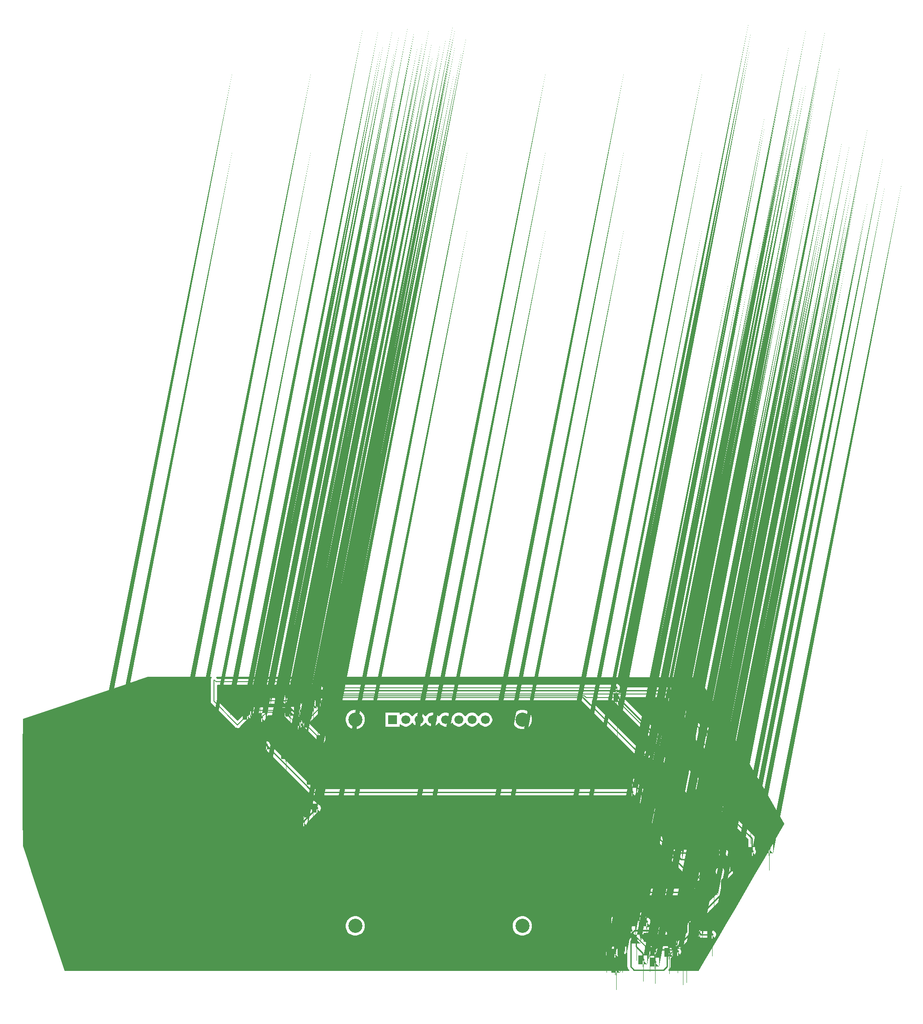
<source format=gbr>
%TF.GenerationSoftware,Flux,Pcbnew,7.0.11-7.0.11~ubuntu20.04.1*%
%TF.CreationDate,2024-08-16T13:12:05+00:00*%
%TF.ProjectId,input,696e7075-742e-46b6-9963-61645f706362,rev?*%
%TF.SameCoordinates,Original*%
%TF.FileFunction,Copper,L2,Bot*%
%TF.FilePolarity,Positive*%
%FSLAX46Y46*%
G04 Gerber Fmt 4.6, Leading zero omitted, Abs format (unit mm)*
G04 Filename: betterflipperzero*
G04 Build it with Flux! Visit our site at: https://www.flux.ai (PCBNEW 7.0.11-7.0.11~ubuntu20.04.1) date 2024-08-16 13:12:05*
%MOMM*%
%LPD*%
G01*
G04 APERTURE LIST*
G04 Aperture macros list*
%AMHorizOval*
0 Thick line with rounded ends*
0 $1 width*
0 $2 $3 position (X,Y) of the first rounded end (center of the circle)*
0 $4 $5 position (X,Y) of the second rounded end (center of the circle)*
0 Add line between two ends*
20,1,$1,$2,$3,$4,$5,0*
0 Add two circle primitives to create the rounded ends*
1,1,$1,$2,$3*
1,1,$1,$4,$5*%
%AMFreePoly0*
4,1,129,0.022069,0.299187,0.036723,0.297744,0.051289,0.295583,0.065730,0.292711,0.080014,0.289133,0.094105,0.284858,0.107969,0.279898,0.121572,0.274263,0.134883,0.267967,0.147869,0.261026,0.160499,0.253456,0.172742,0.245275,0.184569,0.236504,0.195952,0.227163,0.206862,0.217274,0.217274,0.206862,0.227163,0.195952,0.236504,0.184569,0.245275,0.172742,0.253456,0.160499,
0.261026,0.147869,0.267967,0.134883,0.274263,0.121572,0.279898,0.107969,0.284858,0.094105,0.289133,0.080014,0.292711,0.065730,0.295583,0.051289,0.297744,0.036723,0.299187,0.022069,0.299910,0.007362,0.299910,-0.007362,0.299187,-0.022069,0.297744,-0.036723,0.295583,-0.051289,0.292711,-0.065730,0.289133,-0.080014,0.284858,-0.094105,0.279898,-0.107969,0.274263,-0.121572,
0.267967,-0.134883,0.261026,-0.147869,0.253456,-0.160499,0.245275,-0.172742,0.236504,-0.184569,0.227163,-0.195952,0.217274,-0.206862,0.206862,-0.217274,0.195952,-0.227163,0.184569,-0.236504,0.172742,-0.245275,0.160499,-0.253456,0.147869,-0.261026,0.134883,-0.267967,0.121572,-0.274263,0.107969,-0.279898,0.094105,-0.284858,0.080014,-0.289133,0.065730,-0.292711,0.051289,-0.295583,
0.036723,-0.297744,0.022069,-0.299187,0.007362,-0.299910,-0.007362,-0.299910,-0.022069,-0.299187,-0.036723,-0.297744,-0.051289,-0.295583,-0.065730,-0.292711,-0.080014,-0.289133,-0.094105,-0.284858,-0.107969,-0.279898,-0.121572,-0.274263,-0.134883,-0.267967,-0.147869,-0.261026,-0.160499,-0.253456,-0.172742,-0.245275,-0.184569,-0.236504,-0.195952,-0.227163,-0.206862,-0.217274,-0.217274,-0.206862,
-0.227163,-0.195952,-0.236504,-0.184569,-0.245275,-0.172742,-0.253456,-0.160499,-0.261026,-0.147869,-0.267967,-0.134883,-0.274263,-0.121572,-0.279898,-0.107969,-0.284858,-0.094105,-0.289133,-0.080014,-0.292711,-0.065730,-0.295583,-0.051289,-0.297744,-0.036723,-0.299187,-0.022069,-0.299910,-0.007362,-0.299910,0.007362,-0.299187,0.022069,-0.297744,0.036723,-0.295583,0.051289,-0.292711,0.065730,
-0.289133,0.080014,-0.284858,0.094105,-0.279898,0.107969,-0.274263,0.121572,-0.267967,0.134883,-0.261026,0.147869,-0.253456,0.160499,-0.245275,0.172742,-0.236504,0.184569,-0.227163,0.195952,-0.217274,0.206862,-0.206862,0.217274,-0.195952,0.227163,-0.184569,0.236504,-0.172742,0.245275,-0.160499,0.253456,-0.147869,0.261026,-0.134883,0.267967,-0.121572,0.274263,-0.107969,0.279898,
-0.094105,0.284858,-0.080014,0.289133,-0.065730,0.292711,-0.051289,0.295583,-0.036723,0.297744,-0.022069,0.299187,-0.007362,0.299910,0.007362,0.299910,0.022069,0.299187,0.022069,0.299187,$1*%
%AMFreePoly1*
4,1,5,0.850000,-0.850000,-0.850000,-0.850000,-0.850000,0.850000,0.850000,0.850000,0.850000,-0.850000,0.850000,-0.850000,$1*%
G04 Aperture macros list end*
%TA.AperFunction,ComponentPad*%
%ADD10HorizOval,1.050000X-0.454663X0.262500X0.454663X-0.262500X0*%
%TD*%
%TA.AperFunction,ComponentPad*%
%ADD11FreePoly0,0.000000*%
%TD*%
%TA.AperFunction,ComponentPad*%
%ADD12C,1.700000*%
%TD*%
%TA.AperFunction,ComponentPad*%
%ADD13FreePoly1,0.000000*%
%TD*%
%TA.AperFunction,ComponentPad*%
%ADD14C,2.700000*%
%TD*%
%TA.AperFunction,ComponentPad*%
%ADD15C,0.400000*%
%TD*%
%TA.AperFunction,Conductor*%
%ADD16C,0.300000*%
%TD*%
%TA.AperFunction,Conductor*%
%ADD17C,0.254000*%
%TD*%
%TA.AperFunction,Conductor*%
%ADD18C,0.150000*%
%TD*%
G04 APERTURE END LIST*
D10*
%TO.P,,a9728bda-38a0-4284-839c-b054ecb6658e__2326611f-98f6-a130-ac94-da96fde3ec8f*%
%TO.N,N/C*%
X56843000Y-1574574D03*
%TO.P,,a9728bda-38a0-4284-839c-b054ecb6658e__9415c64b-4f59-a6d9-e7ea-dc5b1de656fb*%
X52523018Y-9057044D03*
%TO.P,,a9728bda-38a0-4284-839c-b054ecb6658e__9b3c6dc7-8e8d-43a0-5d61-3a6777006a6c*%
X56143009Y-11147035D03*
%TO.P,,a9728bda-38a0-4284-839c-b054ecb6658e__e8284091-fcc7-bc14-948c-a2f31e589c00*%
X60462991Y-3664565D03*
D11*
%TO.P,,b47b39cd-066e-4d9b-819c-8c99630e36ba__55c7e7af-67a4-4066-a0f7-a2581e1d74bf*%
%TO.N,Net (P1)*%
X-21441616Y9699607D03*
%TO.P,,b47b39cd-066e-4d9b-819c-8c99630e36ba__6940ea2e-3799-43a3-a682-a446a143f7d9*%
X-23284634Y6424438D03*
%TO.P,,b47b39cd-066e-4d9b-819c-8c99630e36ba__de70eb82-9b2e-4f63-b72e-cc61ce8525f8*%
X-20706794Y9064481D03*
D12*
%TO.P,,fde93685-1b47-4d55-9189-6f2810ccf2d7__09777ebb-f9ec-a1d8-aacd-1e03d3e185cb*%
%TO.N,N/C*%
X9062700Y26038200D03*
%TO.P,,fde93685-1b47-4d55-9189-6f2810ccf2d7__17aa498e-7034-989d-93a1-20cf048a9bb7*%
X-1097300Y26038200D03*
D13*
%TO.P,,fde93685-1b47-4d55-9189-6f2810ccf2d7__780a0c78-b655-92b5-eb7b-7bb07a38f6bb*%
X-6177300Y26038200D03*
D12*
%TO.P,,fde93685-1b47-4d55-9189-6f2810ccf2d7__88186ed4-c72e-9151-10db-74afa3b3250f*%
X11602700Y26038200D03*
%TO.P,,fde93685-1b47-4d55-9189-6f2810ccf2d7__a5452cd5-cdfa-37d5-f511-cce953e8887a*%
X-3637300Y26038200D03*
%TO.P,,fde93685-1b47-4d55-9189-6f2810ccf2d7__bf89ace4-a929-4341-2316-5258132c0519*%
X6522700Y26038200D03*
%TO.P,,fde93685-1b47-4d55-9189-6f2810ccf2d7__e1477550-86e3-7622-8486-9d94b12c61a3*%
X3982700Y26038200D03*
%TO.P,,fde93685-1b47-4d55-9189-6f2810ccf2d7__fd60c3f0-3f20-7c4b-71bf-496c76bfff57*%
X1442700Y26038200D03*
D14*
%TO.P,,fde93685-1b47-4d55-9189-6f2810ccf2d7__9b5df1e0-9f2a-899f-2919-7db1566b6d64.mounts.13e7b21decf95421cd3e398441d8b521*%
X-13287300Y26038200D03*
%TO.P,,fde93685-1b47-4d55-9189-6f2810ccf2d7__9b5df1e0-9f2a-899f-2919-7db1566b6d64.mounts.13400cc629a4f6eba2ffef736c215646*%
X18712700Y-13461800D03*
%TO.P,,fde93685-1b47-4d55-9189-6f2810ccf2d7__9b5df1e0-9f2a-899f-2919-7db1566b6d64.mounts.9b67ec2108eab0208d9c6083db633c0f*%
X-13287300Y-13461800D03*
%TO.P,,fde93685-1b47-4d55-9189-6f2810ccf2d7__9b5df1e0-9f2a-899f-2919-7db1566b6d64.mounts.285fa6b931a40c0607ac10948467f53c*%
X18712700Y26038200D03*
D15*
%TO.P,,ff6aa628-a694-44a5-a8a3-0151430d2fb0__ee3a696f-ef70-402c-ab0c-7137ed4eee28.defaultFootprint.mounts.183bc2e5b0fd3164e75ded3f1243107f*%
X51805084Y13290543D03*
%TO.P,,ff6aa628-a694-44a5-a8a3-0151430d2fb0__ee3a696f-ef70-402c-ab0c-7137ed4eee28.defaultFootprint.mounts.9dc978c55082aad2fafacdbd9f5f57bc*%
X50592650Y12590542D03*
%TO.P,,ff6aa628-a694-44a5-a8a3-0151430d2fb0__ee3a696f-ef70-402c-ab0c-7137ed4eee28.defaultFootprint.mounts.a0d68b55a491274f814daab068f0c950*%
X51105083Y14502978D03*
%TO.P,,ff6aa628-a694-44a5-a8a3-0151430d2fb0__ee3a696f-ef70-402c-ab0c-7137ed4eee28.defaultFootprint.mounts.afcd757d940930679b843bc1e4386240*%
X49892648Y13802977D03*
%TO.P,,ff6aa628-a694-44a5-a8a3-0151430d2fb0__ee3a696f-ef70-402c-ab0c-7137ed4eee28.defaultFootprint.mounts.4504ff15bdcf4818a54146cc7a8e9a0d*%
X50405081Y15715413D03*
%TO.P,,ff6aa628-a694-44a5-a8a3-0151430d2fb0__ee3a696f-ef70-402c-ab0c-7137ed4eee28.defaultFootprint.mounts.19f3852e009ba6bfae8a2fce513ef1dd*%
X49192647Y15015411D03*
%TO.P,,ff6aa628-a694-44a5-a8a3-0151430d2fb0__ee3a696f-ef70-402c-ab0c-7137ed4eee28.defaultFootprint.mounts.6d4d26d8edc27532900a7c937b5e863d*%
X52061301Y14246762D03*
%TO.P,,ff6aa628-a694-44a5-a8a3-0151430d2fb0__ee3a696f-ef70-402c-ab0c-7137ed4eee28.defaultFootprint.mounts.f2ecf32f083cf9b5783a264d7a48b752*%
X50848866Y13546760D03*
%TO.P,,ff6aa628-a694-44a5-a8a3-0151430d2fb0__ee3a696f-ef70-402c-ab0c-7137ed4eee28.defaultFootprint.mounts.cf10f8cc0c36fe03b55323802961a88d*%
X49636431Y12846759D03*
%TO.P,,ff6aa628-a694-44a5-a8a3-0151430d2fb0__ee3a696f-ef70-402c-ab0c-7137ed4eee28.defaultFootprint.mounts.52e844226e796b1c42a9f7f1323ab2f7*%
X51361299Y15459196D03*
%TO.P,,ff6aa628-a694-44a5-a8a3-0151430d2fb0__ee3a696f-ef70-402c-ab0c-7137ed4eee28.defaultFootprint.mounts.a17b4eabb5e4ad17dbcba1ef557d9230*%
X48936430Y14059193D03*
%TO.P,,ff6aa628-a694-44a5-a8a3-0151430d2fb0__ee3a696f-ef70-402c-ab0c-7137ed4eee28.defaultFootprint.mounts.fab9ee6953aa1da2d8a8f965443f1f1b*%
X50148865Y14759195D03*
D11*
%TO.P,,207bfe61-dce0-4f39-be21-0d850f98b387*%
%TO.N,Net 10*%
X62644100Y752000D03*
%TO.P,,a650fbb7-4685-45b4-a32a-ea1cce39617a*%
X54068300Y23764000D03*
%TO.P,,347703a5-faa3-4a19-8658-400d6e74c78d*%
%TO.N,Net 6*%
X-25865600Y28437800D03*
%TO.P,,8766b817-0d94-4bd6-be7a-57be64c73932*%
X45440200Y18264700D03*
%TO.P,,20ae2f0a-8201-4819-835e-11af35ee14f1*%
%TO.N,Net 58*%
X-24097800Y28314700D03*
%TO.P,,62b8ada6-d1ed-4fe0-bf0a-13137be8c887*%
X-30392800Y29614500D03*
%TO.P,,01173b48-433f-476a-8512-74e8639255fa*%
%TO.N,Net 27*%
X-22680800Y26391700D03*
%TO.P,,1e3a95c6-b6ca-41fb-b598-488343e0906d*%
X-21374200Y29022400D03*
%TO.P,,29738394-fc21-4af3-a422-23968b129d75*%
X-19610900Y30899500D03*
%TO.P,,299a8220-cd96-43c9-b804-11321be162cb*%
X55934200Y8618600D03*
%TO.P,,984e020b-c8eb-4202-ada3-974d2924432e*%
X-26790700Y27458700D03*
%TO.P,,9d14486d-19d5-44bb-8658-f328cde09b27*%
X-31278200Y26391700D03*
%TO.P,,c5a86da6-6979-45c7-91b2-233b6e3c2928*%
X-24299300Y24977600D03*
%TO.P,,87fc061c-74f9-4937-b412-e6bfcb352be4*%
%TO.N,Net 13*%
X50748200Y-5074800D03*
%TO.P,,e8682695-0348-472d-818d-7dad2f3a248a*%
X46453400Y752000D03*
%TO.P,,04735876-aa60-49a8-b3ef-dafb8d97c6dc*%
%TO.N,Net 42*%
X51981500Y-3542800D03*
%TO.P,,547e7e36-499d-4f71-9a58-2572d818a868*%
X53515600Y-3078000D03*
%TO.P,,77028e07-86d5-4c74-86b8-4fccadde9762*%
%TO.N,Net 51*%
X42485100Y-12677400D03*
%TO.P,,8a8af2b2-8879-4748-8847-2b7529634d4f*%
X52625500Y-13650800D03*
%TO.P,,9a0ee4e0-4754-4aaf-bff0-f1295a4e016c*%
X41134600Y-11654800D03*
%TO.P,,9bb1d60f-9d26-468d-805d-ebec73a94ccf*%
X38212400Y-14387700D03*
%TO.P,,a41bcef6-0361-49d1-a9da-00d1fe06c176*%
X38904600Y-11654800D03*
%TO.P,,f469767e-8128-4d27-9fcb-dea7d323cce4*%
X51783800Y-13035700D03*
%TO.P,,307e88f4-dc42-43b6-a702-2edeb4db613b*%
%TO.N,Net 57*%
X-33405100Y27781100D03*
%TO.P,,7989da36-5e86-4160-8c86-af81154e94c0*%
X-18405500Y26391700D03*
%TO.P,,cb6df5cb-6e1d-452c-b854-d627b1a8e27e*%
X-19852000Y22218200D03*
%TO.P,,1c11753f-ba3c-4bc2-be14-7363f8c25c7e*%
%TO.N,GND*%
X49391700Y-20658400D03*
%TO.P,,48bce387-0c37-4954-a6b6-4bf429cc0ca7*%
X46770300Y-18482000D03*
%TO.P,,5497b025-87f2-4bd4-82bf-cf54279d495f*%
X47263500Y-15662600D03*
%TO.P,,6775c09e-24aa-4cb4-96bd-0e9dbbb39c8e*%
X65882100Y1306800D03*
%TO.P,,a038efce-1679-48d2-9dd2-f55c39d1bf0d*%
X51181200Y-16412600D03*
%TO.P,,a1b2cd5e-ac41-4acb-aaac-2dd1f3635b58*%
X44024200Y-18396100D03*
%TO.P,,b80b3862-2a3c-44e5-8999-8d92642536fd*%
X52265600Y-15108900D03*
%TO.P,,bb25d5dc-cc56-4c14-9856-18a8bdec11ac*%
X42575300Y18264700D03*
%TO.P,,bbfc730c-79c0-46ee-9314-bfb150350888*%
X56267900Y3350600D03*
%TO.P,,bca37ccc-f576-4123-bd04-3af01d74a4e4*%
X56268000Y-196400D03*
%TO.P,,c2a06121-aa2e-44ef-a1a9-41b443d0512b*%
X51868600Y11714500D03*
%TO.P,,e6c870e3-3ee4-422e-a94c-332fd1cf1eff*%
X42817200Y-15662600D03*
%TO.P,,f008b36e-c631-4d32-8d68-21d83ef20b9c*%
X50076100Y-20224400D03*
%TO.P,,6d486441-d8c5-414f-bf81-0cfa98cb07fc.via3.7*%
X27750000Y22650000D03*
%TO.P,,6d486441-d8c5-414f-bf81-0cfa98cb07fc.via3.6*%
X12750000Y22650000D03*
%TO.P,,6d486441-d8c5-414f-bf81-0cfa98cb07fc.via3.5*%
X-2250000Y22650000D03*
%TO.P,,6d486441-d8c5-414f-bf81-0cfa98cb07fc.via3.2*%
X-47250000Y22650000D03*
%TO.P,,6d486441-d8c5-414f-bf81-0cfa98cb07fc.via3.1*%
X-62250000Y22650000D03*
%TO.P,,6d486441-d8c5-414f-bf81-0cfa98cb07fc.via2.8*%
X42750000Y7650000D03*
%TO.P,,6d486441-d8c5-414f-bf81-0cfa98cb07fc.via2.7*%
X27750000Y7650000D03*
%TO.P,,6d486441-d8c5-414f-bf81-0cfa98cb07fc.via2.6*%
X12750000Y7650000D03*
%TO.P,,6d486441-d8c5-414f-bf81-0cfa98cb07fc.via2.5*%
X-2250000Y7650000D03*
%TO.P,,6d486441-d8c5-414f-bf81-0cfa98cb07fc.via2.4*%
X-17250000Y7650000D03*
%TO.P,,6d486441-d8c5-414f-bf81-0cfa98cb07fc.via2.3*%
X-32250000Y7650000D03*
%TO.P,,6d486441-d8c5-414f-bf81-0cfa98cb07fc.via2.2*%
X-47250000Y7650000D03*
%TO.P,,6d486441-d8c5-414f-bf81-0cfa98cb07fc.via2.1*%
X-62250000Y7650000D03*
%TO.P,,6d486441-d8c5-414f-bf81-0cfa98cb07fc.via1.7*%
X27750000Y-7350000D03*
%TO.P,,6d486441-d8c5-414f-bf81-0cfa98cb07fc.via1.6*%
X12750000Y-7350000D03*
%TO.P,,6d486441-d8c5-414f-bf81-0cfa98cb07fc.via1.5*%
X-2250000Y-7350000D03*
%TO.P,,6d486441-d8c5-414f-bf81-0cfa98cb07fc.via1.4*%
X-17250000Y-7350000D03*
%TO.P,,6d486441-d8c5-414f-bf81-0cfa98cb07fc.via1.2*%
X-47250000Y-7350000D03*
%TO.P,,6196e16c-7979-42d9-ad76-d445ddcc023d*%
%TO.N,Net 60*%
X47612100Y20464400D03*
%TO.P,,8356cf02-b333-4ecf-9e76-3fdb20e3ea38*%
X36633700Y32094000D03*
%TO.P,,a681c5ee-d869-4702-9617-cfb630c6daa8*%
X37059000Y30274800D03*
%TO.P,,fb35e27d-4a78-4c9e-b249-daa247fc444f*%
X-33979700Y26877400D03*
%TO.P,,32ca3a93-bba3-4c95-ab01-a7d48099238a*%
%TO.N,Net 59*%
X-23899800Y25684700D03*
%TO.P,,432c190e-7c6c-4629-a38a-289f299b0d74*%
X-24649800Y30899500D03*
%TO.P,,8c6fb8ec-4a97-4d96-9b68-1593b071ff7f*%
X-22461600Y27960600D03*
%TO.P,,9ecb8053-2c34-42dd-aa87-3024201c3ca2*%
X-25865600Y27601100D03*
%TO.P,,0ec2af76-9b66-48f3-a4a8-54f28df96267*%
%TO.N,Net 3*%
X-30392800Y21157500D03*
%TO.P,,1eaf378b-8dbd-49d5-8fd8-018d2d19bfe8*%
X59350200Y-2180600D03*
%TO.P,,297875d3-6ab7-425d-822c-8615cb265d7d*%
X39690600Y14059200D03*
%TO.P,,29ece115-5ec5-4e1a-aa3f-630b2d4a187a*%
X39690600Y12119600D03*
%TO.P,,6cae4a02-7858-4adb-abfa-c0b26730a22e*%
X44024200Y-20353900D03*
%TO.P,,fb6fff71-3ec6-4a7f-8d99-817b3e6bc926*%
X57367800Y495100D03*
%TO.P,,1d9e1414-e1fb-4408-8873-1aea5c839521*%
%TO.N,Net 44*%
X50958500Y-6132300D03*
%TO.P,,56c795dd-ded3-4d13-b249-e762881859f4*%
X39471200Y-14387600D03*
%TO.P,,dbd85782-9d4a-4d35-82c0-c87f9340991b*%
X39471100Y-14387700D03*
%TO.P,,42cda95b-14da-48be-890f-8489d13776ef*%
%TO.N,Net 20*%
X-27484600Y30341100D03*
%TO.P,,5d5dd051-ccc1-4574-aa30-766a32dbaf3d*%
X46933700Y20113400D03*
%TO.P,,bce8f571-2969-44a2-8e6b-e7d608574577*%
X-27484600Y29839900D03*
%TO.P,,d414dfef-8bc4-4ba2-a1da-e591f79817a4*%
X-19610900Y27698300D03*
%TO.P,,d9c929ea-34a2-4451-8b3c-4ed1978d07de*%
X-20020100Y29336000D03*
%TO.P,,e7371f10-f576-454d-a515-931f4f247937*%
X-17535200Y29336000D03*
%TO.P,,3aef87f0-7e20-4b50-877e-3518ec160918*%
%TO.N,Net 39*%
X36373800Y-18703000D03*
%TO.P,,53003c4b-45ff-46d7-9773-f4d178b73864*%
X47612100Y30899500D03*
%TO.P,,612118c2-8d54-4ec9-b86e-2c9f77602be6*%
X41779400Y-19976000D03*
%TO.P,,a2e25e8b-db38-4693-85f8-e128b4206fee*%
X38904600Y-9610800D03*
%TO.P,,b65aa16b-f548-4922-b1f7-fde41a5b7604*%
X41779400Y-19975700D03*
%TO.P,,cfcc94f9-2960-459e-a499-888820702cf8*%
X41779400Y-19975700D03*
%TO.P,,e4262e91-97c3-4149-8109-5f20bcfdb5dc*%
X-20020100Y31577900D03*
%TO.P,,f00835aa-4bee-4063-806c-f1905ca385f0*%
X40533700Y-16011200D03*
%TO.P,,13ed02ec-455c-4228-9391-f37b0673b352*%
%TO.N,Net 52*%
X54995000Y-15108900D03*
%TO.P,,2765ba84-73cf-4e7b-bcce-b3ba41b84a0b*%
X37812400Y-18310700D03*
%TO.P,,3481bf63-ebb2-4752-9003-f489efb7f34d*%
X34703400Y-18310700D03*
%TO.P,,42e6fb36-b780-480a-ad2b-f9716734e04a*%
X47423800Y-16726300D03*
%TO.P,,8fdf950a-6024-4205-b211-1a80856d01a7*%
X35690200Y-18310500D03*
%TO.P,,95f910c8-75bc-4a4d-bc3f-551c1527a05b*%
X37812500Y-18310700D03*
%TO.P,,d602e7bc-ce25-48e9-933c-900972f0a96d*%
X46770300Y-16012600D03*
%TO.P,,d78f01b3-265d-45cb-a132-82fa5d007254*%
X51461500Y-13651000D03*
%TO.P,,efc4761c-483a-4a34-b530-6b625bfd6c42*%
X48124100Y-17040300D03*
%TO.P,,6a511f93-fd61-4c61-8898-c57759339e15*%
%TO.N,Net 5*%
X43031400Y-18063400D03*
%TO.P,,a04df105-bec7-4903-a160-04d1c57021e6*%
X48342100Y-18396100D03*
%TO.P,,87e76f1a-bbef-4d27-a374-b311089021c5*%
%TO.N,Net 14*%
X53265600Y-2314900D03*
%TO.P,,b7399197-4958-4fdd-98c9-2a5ee51927ed*%
X48425000Y-9000D03*
%TO.P,,6d486441-d8c5-414f-bf81-0cfa98cb07fc.via.island.25*%
%TO.N,GND*%
X-20536600Y25355800D03*
%TO.P,,6d486441-d8c5-414f-bf81-0cfa98cb07fc.via.island.24*%
X-31621500Y30653100D03*
%TO.P,,6d486441-d8c5-414f-bf81-0cfa98cb07fc.via.island.23*%
X-34366600Y30671300D03*
%TO.P,,6d486441-d8c5-414f-bf81-0cfa98cb07fc.via.island.22*%
X-37317400Y31007200D03*
%TO.P,,6d486441-d8c5-414f-bf81-0cfa98cb07fc.via.island.21*%
X-28680000Y31325700D03*
%TO.P,,6d486441-d8c5-414f-bf81-0cfa98cb07fc.via.island.20*%
X50983500Y-2030000D03*
%TO.P,,6d486441-d8c5-414f-bf81-0cfa98cb07fc.via.island.19*%
X51270200Y30606700D03*
%TO.P,,6d486441-d8c5-414f-bf81-0cfa98cb07fc.via.island.18*%
X36814000Y26867600D03*
%TO.P,,6d486441-d8c5-414f-bf81-0cfa98cb07fc.via.island.17*%
X44323500Y27662400D03*
%TO.P,,6d486441-d8c5-414f-bf81-0cfa98cb07fc.via.island.16*%
X45299800Y14883400D03*
%TO.P,,6d486441-d8c5-414f-bf81-0cfa98cb07fc.via.island.15*%
X59343500Y11936400D03*
%TO.P,,6d486441-d8c5-414f-bf81-0cfa98cb07fc.via.island.14*%
X50093800Y23296800D03*
%TO.P,,6d486441-d8c5-414f-bf81-0cfa98cb07fc.via.island.13*%
X58578300Y-5409300D03*
%TO.P,,6d486441-d8c5-414f-bf81-0cfa98cb07fc.via.island.12*%
X32710700Y-17826800D03*
%TO.P,,6d486441-d8c5-414f-bf81-0cfa98cb07fc.via.island.11*%
X62369300Y6403500D03*
%TO.P,,6d486441-d8c5-414f-bf81-0cfa98cb07fc.via.island.10*%
X40904400Y-9557600D03*
%TO.P,,6d486441-d8c5-414f-bf81-0cfa98cb07fc.via.island.9*%
X-21772400Y14447800D03*
%TO.P,,6d486441-d8c5-414f-bf81-0cfa98cb07fc.via.island.8*%
X49131900Y16837500D03*
%TO.P,,6d486441-d8c5-414f-bf81-0cfa98cb07fc.via.island.7*%
X-33511300Y23643000D03*
%TO.P,,6d486441-d8c5-414f-bf81-0cfa98cb07fc.via.island.6*%
X55296600Y-6710900D03*
%TO.P,,6d486441-d8c5-414f-bf81-0cfa98cb07fc.via.island.5*%
X-26609600Y19321900D03*
%TO.P,,6d486441-d8c5-414f-bf81-0cfa98cb07fc.via.island.4*%
X-23305700Y23649000D03*
%TO.P,,6d486441-d8c5-414f-bf81-0cfa98cb07fc.via.island.3*%
X45460900Y4551100D03*
%TO.P,,6d486441-d8c5-414f-bf81-0cfa98cb07fc.via.island.2*%
X36623500Y-21565500D03*
%TO.P,,6d486441-d8c5-414f-bf81-0cfa98cb07fc.via.island.1*%
X51868500Y6268500D03*
%TO.P,,6d486441-d8c5-414f-bf81-0cfa98cb07fc.via.island.0*%
X54470700Y9340500D03*
%TD*%
D16*
%TO.N,Net (P1)*%
X-23284634Y6424438D02*
X-23284917Y6424438D01*
X-21441616Y9699607D02*
X-21441899Y9699607D01*
X-20657933Y9072046D02*
X-20664155Y9065824D01*
X-23284634Y6424438D02*
X-23284917Y6424438D01*
X-20664155Y9065824D02*
X-20696399Y9065824D01*
X-20705450Y9065824D02*
X-20696399Y9065824D01*
X-23294322Y6435681D02*
X-20657933Y9072046D01*
X-21441616Y9699607D02*
X-21441899Y9699607D01*
X-21489629Y9729094D02*
X-21489912Y9729094D01*
X-21489629Y9729094D02*
X-21489912Y9729094D01*
X-20706794Y9064481D02*
X-20705521Y9065753D01*
D17*
%TO.N,Net 10*%
X62644100Y752000D02*
X62644100Y3324600D01*
X56268000Y21564200D02*
X54068200Y23764000D01*
X62644000Y3324500D02*
X56268000Y9700500D01*
X56268000Y9700600D02*
X56268000Y21564200D01*
X54068300Y23764000D02*
X54068500Y23764200D01*
D18*
%TO.N,Net 6*%
X-23949200Y26877400D02*
X-24305200Y26877400D01*
X-18090600Y30274900D02*
X-22680800Y25684700D01*
D17*
X44635000Y18264800D02*
X43535200Y19364600D01*
X45440200Y18264700D02*
X44635000Y18264700D01*
D18*
X-22680800Y25684700D02*
X-22756400Y25684700D01*
D17*
X43535200Y19364600D02*
X41275000Y19364600D01*
X41274900Y19364600D02*
X30364700Y30274800D01*
D18*
X-24305200Y26877400D02*
X-25865600Y28437800D01*
X-22756400Y25684700D02*
X-23949200Y26877500D01*
X30364700Y30274800D02*
X-18090700Y30274800D01*
%TO.N,Net 58*%
X-25397600Y29614500D02*
X-24097800Y28314700D01*
X-30392800Y29614500D02*
X-25397600Y29614500D01*
%TO.N,Net 27*%
X-24299300Y24977500D02*
X-26780500Y27458700D01*
X52523000Y24486600D02*
X52523000Y22357400D01*
X-21374200Y27698300D02*
X-22680800Y26391700D01*
X-26780500Y27458700D02*
X-26790700Y27458700D01*
X52523000Y22357400D02*
X55515800Y19364600D01*
X55515800Y9037000D02*
X55934200Y8618600D01*
X55515800Y19364600D02*
X55515800Y9037000D01*
X-19610900Y30899500D02*
X46110100Y30899500D01*
X-26790700Y27458700D02*
X-30211100Y27458700D01*
X46110200Y30899500D02*
X52523000Y24486700D01*
X-30211200Y27458700D02*
X-31278200Y26391700D01*
X-21374200Y29022400D02*
X-21374200Y27698400D01*
D17*
%TO.N,Net 13*%
X50748200Y-5074800D02*
X50748200Y-3542800D01*
X50748200Y-3542800D02*
X46453400Y752000D01*
%TO.N,Net 42*%
X53368500Y-3078000D02*
X52281100Y-4165400D01*
X52281100Y-4165400D02*
X52281100Y-3842400D01*
X53515600Y-3078000D02*
X53368600Y-3078000D01*
X52281100Y-3842400D02*
X51981500Y-3542800D01*
%TO.N,Net 51*%
X52399000Y-13650800D02*
X51783800Y-13035600D01*
X38212400Y-14387700D02*
X38212400Y-12347100D01*
X52625500Y-13650800D02*
X52398900Y-13650800D01*
X41134600Y-11654800D02*
X41462400Y-11654800D01*
X38212400Y-12347000D02*
X38904600Y-11654800D01*
X41462500Y-11654800D02*
X42485100Y-12677400D01*
D18*
%TO.N,Net 57*%
X-19852100Y22218100D02*
X-19851900Y22218300D01*
X-25415000Y27781100D02*
X-19852000Y22218100D01*
X-33405000Y27781100D02*
X-25415000Y27781100D01*
X-18405500Y26391700D02*
X-18405500Y23664700D01*
X-18405600Y23664600D02*
X-19852000Y22218200D01*
D17*
%TO.N,GND*%
X47612100Y-16011200D02*
X47263500Y-15662600D01*
X56267900Y7315100D02*
X51868500Y11714500D01*
X49642100Y-20658400D02*
X50076100Y-20224400D01*
X42817200Y-17162400D02*
X42817200Y-15662600D01*
X47612100Y-16162600D02*
X47612100Y-16011200D01*
X46770300Y-17004400D02*
X47612100Y-16162600D01*
X44024200Y-18369400D02*
X42817200Y-17162400D01*
X49391700Y-20658400D02*
X49642100Y-20658400D01*
X44024200Y-18396100D02*
X44024200Y-18369300D01*
X52265600Y-15328200D02*
X51181200Y-16412600D01*
X56267900Y7315100D02*
X53524900Y7315100D01*
X52265600Y-15108900D02*
X52265600Y-15328100D01*
X56267900Y3350500D02*
X56267900Y7315100D01*
X56267900Y-196400D02*
X64378900Y-196400D01*
X53524900Y7315100D02*
X42575300Y18264700D01*
X46770300Y-18482000D02*
X46770300Y-17004400D01*
X64378900Y-196400D02*
X65882100Y1306800D01*
X51868600Y11714400D02*
X51868800Y11714600D01*
D18*
%TO.N,Net 60*%
X36633700Y32094000D02*
X-17241900Y32094000D01*
D17*
X46869400Y20464400D02*
X37059000Y30274800D01*
D18*
X-35830200Y24977500D02*
X-35830200Y25026900D01*
X-35830200Y25027000D02*
X-33979800Y26877400D01*
X-18405600Y33257700D02*
X-39974400Y33257700D01*
D17*
X47612100Y20464400D02*
X46869500Y20464400D01*
D18*
X-40381700Y33665100D02*
X-40381700Y29529100D01*
X-40381800Y29529100D02*
X-35830200Y24977500D01*
X-39974300Y33257700D02*
X-40381700Y33665100D01*
X-17241800Y32093900D02*
X-18405600Y33257700D01*
%TO.N,Net 59*%
X-23165500Y26391700D02*
X-23165300Y26391900D01*
X-24649800Y30148700D02*
X-22461600Y27960500D01*
X-23165500Y26391700D02*
X-23165300Y26391900D01*
X-24649800Y30899500D02*
X-24649800Y30148700D01*
X-23949100Y25684700D02*
X-25865500Y27601100D01*
X-23899800Y25684700D02*
X-23949200Y25684700D01*
D17*
%TO.N,Net 3*%
X54015600Y-10180100D02*
X56843000Y-7352700D01*
X39690600Y12119600D02*
X-21354800Y12119600D01*
X47612100Y-17445400D02*
X48342100Y-17445400D01*
X-21354800Y12119600D02*
X-30392800Y21157600D01*
X50958500Y-14829000D02*
X50958500Y-13302800D01*
X45170900Y-17979000D02*
X47612100Y-17979000D01*
X48342100Y-17445400D02*
X50958500Y-14829000D01*
X54015600Y-10245700D02*
X54015600Y-10180100D01*
X57367900Y495100D02*
X47690500Y495100D01*
X44024200Y-20353900D02*
X44024200Y-19125700D01*
X41630200Y10614600D02*
X41630200Y12119600D01*
X47690500Y495100D02*
X44170100Y4015500D01*
X56843000Y-4687800D02*
X59350200Y-2180600D01*
X44170200Y4015400D02*
X44170200Y8074600D01*
X44170200Y8074600D02*
X41630200Y10614600D01*
X50958500Y-13302800D02*
X54015500Y-10245800D01*
X56843000Y-7352800D02*
X56843000Y-4687800D01*
X44024200Y-19125600D02*
X45170800Y-17979000D01*
X41630200Y12119600D02*
X39690600Y14059200D01*
X47612100Y-17979000D02*
X47612100Y-17445400D01*
%TO.N,Net 44*%
X39471200Y-14387600D02*
X39471200Y-8964200D01*
X41455300Y-6980100D02*
X50110700Y-6980100D01*
X50110700Y-6980100D02*
X50958500Y-6132300D01*
X39471200Y-8964200D02*
X41455400Y-6980000D01*
D18*
%TO.N,Net 20*%
X-27484600Y30341100D02*
X-27484600Y29839900D01*
X46933700Y20113400D02*
X46534900Y20113400D01*
X-19610900Y27698300D02*
X-19172900Y27698300D01*
X36373500Y30274800D02*
X30924900Y30274800D01*
X30605800Y30593900D02*
X-18762200Y30593900D01*
X-19172800Y27698300D02*
X-17535200Y29336000D01*
X30925000Y30274800D02*
X30605800Y30594000D01*
X-18762100Y30594000D02*
X-20020100Y29336000D01*
X46534800Y20113400D02*
X36373400Y30274800D01*
X-27484600Y29839800D02*
X-27484400Y29840000D01*
D17*
%TO.N,Net 39*%
X41779400Y-19975700D02*
X41779400Y-18691100D01*
X46933700Y31577900D02*
X47612100Y30899500D01*
X36373800Y-18703000D02*
X36373800Y-12141600D01*
X-20020100Y31577900D02*
X46933700Y31577900D01*
X41779300Y-18691000D02*
X40533700Y-17445400D01*
X36373800Y-12141600D02*
X38904600Y-9610800D01*
X40533700Y-17445400D02*
X40533700Y-16162600D01*
%TO.N,Net 52*%
X34703400Y-18310500D02*
X34703600Y-18310300D01*
D16*
X37812500Y-18310700D02*
X37812500Y-17204900D01*
X39471400Y-15167900D02*
X40251600Y-14387700D01*
D17*
X51461400Y-13651000D02*
X51461600Y-13650800D01*
D16*
X45145300Y-14387700D02*
X46770300Y-16012700D01*
X39471400Y-15546000D02*
X39471400Y-15167800D01*
D17*
X37812500Y-18310700D02*
X37812700Y-18310500D01*
X54995100Y-15108900D02*
X52919300Y-15108900D01*
D16*
X37812400Y-17205000D02*
X39471400Y-15546000D01*
X40251600Y-14387700D02*
X45145400Y-14387700D01*
D18*
X47737800Y-17040300D02*
X47423800Y-16726300D01*
D17*
X52919300Y-15108800D02*
X51461500Y-13651000D01*
D18*
X48124100Y-17040300D02*
X47737900Y-17040300D01*
D17*
X35690200Y-18310500D02*
X34703400Y-18310500D01*
%TO.N,Net 5*%
X40112800Y-21915100D02*
X39471400Y-21273700D01*
X45743000Y-21915100D02*
X40112800Y-21915100D01*
D18*
X40533700Y-15294000D02*
X40533700Y-15565800D01*
D17*
X39471400Y-21273800D02*
X39471400Y-16356200D01*
X39471400Y-16356200D02*
X40533600Y-15294000D01*
D18*
X40533700Y-15565800D02*
X43031300Y-18063400D01*
X48342100Y-18396100D02*
X47540700Y-18396100D01*
X47540700Y-18396100D02*
X46461900Y-19474900D01*
D17*
X46461900Y-19475000D02*
X46461900Y-21196200D01*
X46462000Y-21196200D02*
X45743000Y-21915100D01*
%TO.N,Net 14*%
X49171000Y-755000D02*
X48425000Y-9000D01*
X53016100Y-2314900D02*
X51456100Y-754900D01*
X53265600Y-2314900D02*
X53016000Y-2314900D01*
X51456100Y-755000D02*
X49170900Y-755000D01*
%TD*%
%TA.AperFunction,Conductor*%
%TO.N,GND*%
G36*
X51307000Y-3090000D02*
G01*
X51183000Y-3090000D01*
X49660000Y-1567000D01*
X49737000Y-1382000D01*
X51164000Y-1382000D01*
X51219000Y-1405000D01*
X52418000Y-2604000D01*
X52302000Y-2803000D01*
X52088000Y-2745000D01*
X51876000Y-2745000D01*
X51671000Y-2802000D01*
X51493000Y-2904000D01*
X51307000Y-3090000D01*
G37*
%TD.AperFunction*%
%TA.AperFunction,Conductor*%
G36*
X-19044000Y25902000D02*
G01*
X-19003000Y25861000D01*
X-18980000Y25806000D01*
X-18980000Y23935000D01*
X-19003000Y23880000D01*
X-19789000Y23093000D01*
X-19913000Y23093000D01*
X-22124000Y25304000D01*
X-22124000Y25428000D01*
X-20359000Y27194000D01*
X-20235000Y27194000D01*
X-20101000Y27060000D01*
X-19914000Y26953000D01*
X-19717000Y26901000D01*
X-19505000Y26901000D01*
X-19201000Y26982000D01*
X-19079000Y26824000D01*
X-19146000Y26707000D01*
X-19150000Y26696000D01*
X-19203000Y26495000D01*
X-19203000Y26286000D01*
X-19151000Y26089000D01*
X-19044000Y25902000D01*
G37*
%TD.AperFunction*%
%TA.AperFunction,Conductor*%
G36*
X44014000Y-18248000D02*
G01*
X43829000Y-18171000D01*
X43829000Y-17959000D01*
X43775000Y-17754000D01*
X43667000Y-17574000D01*
X43668000Y-17574000D01*
X43523000Y-17427000D01*
X43524000Y-17427000D01*
X43339000Y-17321000D01*
X43340000Y-17321000D01*
X43134000Y-17266000D01*
X43079000Y-17266000D01*
X43024000Y-17243000D01*
X41185000Y-15404000D01*
X41162000Y-15353000D01*
X41152000Y-15131000D01*
X41241000Y-15038000D01*
X44845000Y-15038000D01*
X44900000Y-15061000D01*
X45964000Y-16125000D01*
X45984000Y-16159000D01*
X46028000Y-16321000D01*
X46132000Y-16502000D01*
X46279000Y-16649000D01*
X46465000Y-16757000D01*
X46572000Y-16785000D01*
X46629000Y-16841000D01*
X46683000Y-17036000D01*
X46778000Y-17202000D01*
X46691000Y-17352000D01*
X45265000Y-17352000D01*
X45256000Y-17351000D01*
X45215000Y-17352000D01*
X45126000Y-17352000D01*
X45116000Y-17353000D01*
X45114000Y-17353000D01*
X45101000Y-17355000D01*
X45069000Y-17356000D01*
X45013000Y-17373000D01*
X45005000Y-17375000D01*
X44953000Y-17385000D01*
X44931000Y-17397000D01*
X44919000Y-17402000D01*
X44881000Y-17414000D01*
X44825000Y-17454000D01*
X44819000Y-17458000D01*
X44780000Y-17480000D01*
X44773000Y-17485000D01*
X44742000Y-17520000D01*
X44014000Y-18248000D01*
G37*
%TD.AperFunction*%
%TA.AperFunction,Conductor*%
G36*
X-29903000Y28976000D02*
G01*
X-29862000Y29017000D01*
X-29807000Y29040000D01*
X-26612000Y29040000D01*
X-26526000Y28889000D01*
X-26609000Y28746000D01*
X-26609000Y28745000D01*
X-26663000Y28539000D01*
X-26663000Y28444000D01*
X-26751000Y28356000D01*
X-32820000Y28356000D01*
X-32875000Y28379000D01*
X-32915000Y28419000D01*
X-33095000Y28522000D01*
X-33094000Y28522000D01*
X-33301000Y28579000D01*
X-33509000Y28579000D01*
X-33715000Y28522000D01*
X-33895000Y28419000D01*
X-34043000Y28271000D01*
X-34146000Y28091000D01*
X-34203000Y27885000D01*
X-34203000Y27709000D01*
X-34260000Y27630000D01*
X-34294000Y27619000D01*
X-34470000Y27514000D01*
X-34472000Y27512000D01*
X-34617000Y27368000D01*
X-34618000Y27367000D01*
X-34723000Y27183000D01*
X-34777000Y26979000D01*
X-34777000Y26925000D01*
X-34800000Y26870000D01*
X-35793000Y25877000D01*
X-35917000Y25877000D01*
X-39784000Y29744000D01*
X-39807000Y29799000D01*
X-39807000Y32595000D01*
X-39719000Y32683000D01*
X-18676000Y32683000D01*
X-18621000Y32660000D01*
X-18351000Y32390000D01*
X-18428000Y32205000D01*
X-19491000Y32205000D01*
X-19529000Y32215000D01*
X-19717000Y32323000D01*
X-19914000Y32375000D01*
X-20126000Y32375000D01*
X-20323000Y32323000D01*
X-20510000Y32216000D01*
X-20658000Y32068000D01*
X-20761000Y31888000D01*
X-20818000Y31682000D01*
X-20818000Y31474000D01*
X-20761000Y31268000D01*
X-20658000Y31088000D01*
X-20510000Y30940000D01*
X-20507000Y30938000D01*
X-20448000Y30903000D01*
X-20408000Y30834000D01*
X-20408000Y30797000D01*
X-20353000Y30591000D01*
X-20352000Y30589000D01*
X-20252000Y30414000D01*
X-20250000Y30411000D01*
X-20128000Y30289000D01*
X-20173000Y30121000D01*
X-20324000Y30081000D01*
X-20510000Y29974000D01*
X-20658000Y29826000D01*
X-20660000Y29823000D01*
X-20742000Y29679000D01*
X-20864000Y29647000D01*
X-21063000Y29766000D01*
X-21268000Y29820000D01*
X-21479000Y29820000D01*
X-21685000Y29765000D01*
X-21866000Y29657000D01*
X-21867000Y29656000D01*
X-22012000Y29512000D01*
X-22115000Y29335000D01*
X-22172000Y29128000D01*
X-22172000Y28833000D01*
X-22282000Y28743000D01*
X-22355000Y28758000D01*
X-22414000Y28758000D01*
X-22469000Y28781000D01*
X-23998000Y30310000D01*
X-24011000Y30411000D01*
X-23909000Y30589000D01*
X-23852000Y30794000D01*
X-23852000Y31005000D01*
X-23909000Y31210000D01*
X-24011000Y31388000D01*
X-24159000Y31537000D01*
X-24160000Y31538000D01*
X-24347000Y31645000D01*
X-24544000Y31697000D01*
X-24753000Y31697000D01*
X-24957000Y31643000D01*
X-24959000Y31642000D01*
X-25141000Y31536000D01*
X-25288000Y31389000D01*
X-25392000Y31207000D01*
X-25447000Y31002000D01*
X-25447000Y30797000D01*
X-25392000Y30592000D01*
X-25254000Y30350000D01*
X-25322000Y30208000D01*
X-25430000Y30191000D01*
X-25442000Y30190000D01*
X-26599000Y30190000D01*
X-26687000Y30278000D01*
X-26687000Y30446000D01*
X-26742000Y30651000D01*
X-26742000Y30652000D01*
X-26850000Y30833000D01*
X-26850000Y30834000D01*
X-26995000Y30979000D01*
X-27172000Y31082000D01*
X-27379000Y31139000D01*
X-27590000Y31139000D01*
X-27795000Y31082000D01*
X-27973000Y30980000D01*
X-28122000Y30832000D01*
X-28123000Y30831000D01*
X-28230000Y30644000D01*
X-28282000Y30447000D01*
X-28282000Y30278000D01*
X-28370000Y30190000D01*
X-29808000Y30190000D01*
X-29863000Y30213000D01*
X-29903000Y30253000D01*
X-30090000Y30360000D01*
X-30287000Y30412000D01*
X-30496000Y30412000D01*
X-30700000Y30358000D01*
X-30702000Y30357000D01*
X-30884000Y30251000D01*
X-31031000Y30104000D01*
X-31135000Y29922000D01*
X-31190000Y29717000D01*
X-31190000Y29512000D01*
X-31135000Y29307000D01*
X-31031000Y29125000D01*
X-30884000Y28978000D01*
X-30702000Y28872000D01*
X-30700000Y28871000D01*
X-30496000Y28817000D01*
X-30287000Y28817000D01*
X-30090000Y28869000D01*
X-29903000Y28976000D01*
G37*
%TD.AperFunction*%
%TA.AperFunction,Conductor*%
G36*
X35881000Y-11752000D02*
G01*
X35856000Y-11777000D01*
X35831000Y-11828000D01*
X35826000Y-11836000D01*
X35798000Y-11880000D01*
X35795000Y-11887000D01*
X35788000Y-11913000D01*
X35783000Y-11928000D01*
X35771000Y-11951000D01*
X35771000Y-11952000D01*
X35763000Y-12008000D01*
X35761000Y-12018000D01*
X35745000Y-12076000D01*
X35747000Y-12129000D01*
X35747000Y-17425000D01*
X35659000Y-17513000D01*
X35587000Y-17513000D01*
X35383000Y-17567000D01*
X35378000Y-17569000D01*
X35236000Y-17651000D01*
X35156000Y-17651000D01*
X35016000Y-17570000D01*
X34809000Y-17513000D01*
X34598000Y-17513000D01*
X34393000Y-17570000D01*
X34215000Y-17672000D01*
X34066000Y-17821000D01*
X33957000Y-18009000D01*
X33906000Y-18205000D01*
X33906000Y-18414000D01*
X33959000Y-18615000D01*
X33961000Y-18620000D01*
X34067000Y-18802000D01*
X34214000Y-18949000D01*
X34217000Y-18951000D01*
X34396000Y-19053000D01*
X34601000Y-19108000D01*
X34806000Y-19108000D01*
X35012000Y-19053000D01*
X35011000Y-19053000D01*
X35156000Y-18970000D01*
X35236000Y-18970000D01*
X35378000Y-19052000D01*
X35383000Y-19054000D01*
X35587000Y-19108000D01*
X35640000Y-19108000D01*
X35709000Y-19148000D01*
X35734000Y-19190000D01*
X35737000Y-19194000D01*
X35884000Y-19341000D01*
X36071000Y-19448000D01*
X36268000Y-19500000D01*
X36477000Y-19500000D01*
X36682000Y-19446000D01*
X36683000Y-19445000D01*
X36863000Y-19341000D01*
X37009000Y-19196000D01*
X37011000Y-19194000D01*
X37151000Y-18951000D01*
X37271000Y-18919000D01*
X37505000Y-19053000D01*
X37710000Y-19108000D01*
X37915000Y-19108000D01*
X38121000Y-19053000D01*
X38120000Y-19053000D01*
X38299000Y-18951000D01*
X38302000Y-18949000D01*
X38449000Y-18802000D01*
X38488000Y-18737000D01*
X38557000Y-18619000D01*
X38606000Y-18509000D01*
X38844000Y-18559000D01*
X38844000Y-21182000D01*
X38843000Y-21195000D01*
X38844000Y-21246000D01*
X38844000Y-21319000D01*
X38845000Y-21327000D01*
X38844000Y-21327000D01*
X38846000Y-21336000D01*
X38847000Y-21345000D01*
X38848000Y-21378000D01*
X38868000Y-21443000D01*
X38871000Y-21453000D01*
X38880000Y-21499000D01*
X38892000Y-21520000D01*
X38898000Y-21534000D01*
X38905000Y-21557000D01*
X38907000Y-21560000D01*
X38939000Y-21605000D01*
X38976000Y-21670000D01*
X38976000Y-21671000D01*
X39032000Y-21721000D01*
X39036000Y-21724000D01*
X39195000Y-21884000D01*
X39118000Y-22069000D01*
X32349000Y-22078000D01*
X22201000Y-22088000D01*
X12051000Y-22094000D01*
X1901000Y-22099000D01*
X-8249000Y-22100000D01*
X-18399000Y-22099000D01*
X-28549000Y-22094000D01*
X-38699000Y-22088000D01*
X-48849000Y-22078000D01*
X-58999000Y-22065000D01*
X-68912000Y-22050000D01*
X-68990000Y-21993000D01*
X-69588000Y-20219000D01*
X-70263000Y-18216000D01*
X-70936000Y-16214000D01*
X-71609000Y-14210000D01*
X-71939800Y-13224000D01*
X-15126000Y-13224000D01*
X-15126000Y-13701000D01*
X-15000000Y-14172000D01*
X-14999000Y-14175000D01*
X-14758000Y-14591000D01*
X-14415000Y-14934000D01*
X-13998000Y-15174000D01*
X-13527000Y-15300000D01*
X-13048000Y-15300000D01*
X-12576000Y-15174000D01*
X-12577000Y-15174000D01*
X-12157000Y-14932000D01*
X-11817000Y-14592000D01*
X-11575000Y-14172000D01*
X-11449000Y-13701000D01*
X-11449000Y-13224000D01*
X16874000Y-13224000D01*
X16874000Y-13701000D01*
X17000000Y-14172000D01*
X17001000Y-14175000D01*
X17242000Y-14591000D01*
X17585000Y-14934000D01*
X18002000Y-15174000D01*
X18473000Y-15300000D01*
X18952000Y-15300000D01*
X19424000Y-15174000D01*
X19423000Y-15174000D01*
X19843000Y-14932000D01*
X20183000Y-14592000D01*
X20425000Y-14172000D01*
X20551000Y-13701000D01*
X20551000Y-13224000D01*
X20425000Y-12751000D01*
X20185000Y-12334000D01*
X19843000Y-11992000D01*
X19423000Y-11750000D01*
X19424000Y-11750000D01*
X18953000Y-11623000D01*
X18472000Y-11623000D01*
X18001000Y-11750000D01*
X17585000Y-11990000D01*
X17241000Y-12334000D01*
X17001000Y-12748000D01*
X17000000Y-12751000D01*
X16874000Y-13224000D01*
X-11449000Y-13224000D01*
X-11575000Y-12751000D01*
X-11815000Y-12334000D01*
X-12157000Y-11992000D01*
X-12577000Y-11750000D01*
X-12576000Y-11750000D01*
X-13047000Y-11623000D01*
X-13528000Y-11623000D01*
X-13999000Y-11750000D01*
X-14415000Y-11990000D01*
X-14759000Y-12334000D01*
X-14999000Y-12748000D01*
X-15000000Y-12751000D01*
X-15126000Y-13224000D01*
X-71939800Y-13224000D01*
X-72281000Y-12207000D01*
X-72977000Y-10131000D01*
X-72976000Y-10129000D01*
X-73622000Y-8198000D01*
X-74291000Y-6194000D01*
X-74960000Y-4189000D01*
X-76296000Y-177000D01*
X-76946000Y1781000D01*
X-76950000Y1804000D01*
X-76965000Y3801000D01*
X-76978000Y5851000D01*
X-76978000Y5852000D01*
X-76981293Y6527000D01*
X-24082000Y6527000D01*
X-24082000Y6322000D01*
X-24027000Y6117000D01*
X-23923000Y5935000D01*
X-23774000Y5786000D01*
X-23592000Y5682000D01*
X-23387000Y5627000D01*
X-23182000Y5627000D01*
X-22976000Y5682000D01*
X-22977000Y5682000D01*
X-22792000Y5788000D01*
X-22793000Y5788000D01*
X-22650000Y5933000D01*
X-22649000Y5935000D01*
X-22541000Y6115000D01*
X-22491000Y6306000D01*
X-22471000Y6340000D01*
X-20538000Y8273000D01*
X-20503000Y8293000D01*
X-20404000Y8318000D01*
X-20217000Y8426000D01*
X-20216000Y8427000D01*
X-20068000Y8576000D01*
X-19966000Y8754000D01*
X-19909000Y8959000D01*
X-19909000Y9170000D01*
X-19966000Y9377000D01*
X-20069000Y9554000D01*
X-20213000Y9698000D01*
X-20215000Y9699000D01*
X-20396000Y9807000D01*
X-20397000Y9807000D01*
X-20619000Y9866000D01*
X-20675000Y9923000D01*
X-20699000Y10010000D01*
X-20806000Y10189000D01*
X-20807000Y10191000D01*
X-20950000Y10336000D01*
X-20949000Y10336000D01*
X-21134000Y10442000D01*
X-21133000Y10442000D01*
X-21339000Y10497000D01*
X-21544000Y10497000D01*
X-21749000Y10442000D01*
X-21931000Y10338000D01*
X-22080000Y10189000D01*
X-22184000Y10007000D01*
X-22239000Y9802000D01*
X-22239000Y9597000D01*
X-22184000Y9392000D01*
X-22078000Y9207000D01*
X-21933000Y9065000D01*
X-21931000Y9063000D01*
X-21817000Y8995000D01*
X-21799000Y8850000D01*
X-23425000Y7224000D01*
X-23459000Y7204000D01*
X-23594000Y7168000D01*
X-23774000Y7060000D01*
X-23776000Y7059000D01*
X-23921000Y6917000D01*
X-24027000Y6732000D01*
X-24082000Y6527000D01*
X-76981293Y6527000D01*
X-76988000Y7902000D01*
X-76994000Y9950000D01*
X-76999000Y12000000D01*
X-77000000Y14050000D01*
X-76999000Y16099000D01*
X-76999000Y16100000D01*
X-76994000Y18150000D01*
X-76988000Y20198000D01*
X-76978000Y22248000D01*
X-76965000Y24298000D01*
X-76952000Y26111000D01*
X-76895000Y26189000D01*
X-75107000Y26791000D01*
X-73094000Y27468000D01*
X-71080000Y28145000D01*
X-69067000Y28822000D01*
X-67054000Y29497000D01*
X-65042000Y30173000D01*
X-63029000Y30847000D01*
X-61017000Y31522000D01*
X-59005000Y32195000D01*
X-56994000Y32868000D01*
X-54982000Y33541000D01*
X-53022000Y34196000D01*
X-52998000Y34200000D01*
X-44243000Y34203000D01*
X-40902000Y34204000D01*
X-40819000Y34041000D01*
X-40919000Y33901000D01*
X-40966000Y33675000D01*
X-40958000Y33627000D01*
X-40957000Y33614000D01*
X-40957000Y29590000D01*
X-40959000Y29575000D01*
X-40966000Y29539000D01*
X-40949000Y29439000D01*
X-40930000Y29326000D01*
X-40928000Y29319000D01*
X-40927000Y29311000D01*
X-40925000Y29308000D01*
X-40864000Y29218000D01*
X-40862000Y29214000D01*
X-40814000Y29133000D01*
X-40813000Y29132000D01*
X-40766000Y29098000D01*
X-40756000Y29090000D01*
X-36291000Y24626000D01*
X-36280000Y24611000D01*
X-36262000Y24581000D01*
X-36260000Y24579000D01*
X-36187000Y24526000D01*
X-36186000Y24525000D01*
X-36082000Y24448000D01*
X-35852000Y24392000D01*
X-35844000Y24393000D01*
X-35621000Y24430000D01*
X-35620000Y24431000D01*
X-35549000Y24476000D01*
X-35547000Y24477000D01*
X-35435000Y24544000D01*
X-35422000Y24557000D01*
X-35375000Y24627000D01*
X-35374000Y24629000D01*
X-35294000Y24740000D01*
X-35292000Y24744000D01*
X-35276000Y24768000D01*
X-33987000Y26057000D01*
X-33932000Y26080000D01*
X-33874000Y26080000D01*
X-33677000Y26132000D01*
X-33490000Y26239000D01*
X-33489000Y26240000D01*
X-33341000Y26389000D01*
X-33240000Y26564000D01*
X-33182000Y26770000D01*
X-33182000Y26943000D01*
X-33142000Y27013000D01*
X-32915000Y27143000D01*
X-32875000Y27183000D01*
X-32820000Y27206000D01*
X-31853000Y27206000D01*
X-31776000Y27021000D01*
X-31918000Y26879000D01*
X-32019000Y26706000D01*
X-32076000Y26496000D01*
X-32076000Y26286000D01*
X-32019000Y26081000D01*
X-32018000Y26079000D01*
X-31916000Y25902000D01*
X-31768000Y25754000D01*
X-31588000Y25651000D01*
X-31382000Y25594000D01*
X-31174000Y25594000D01*
X-30964000Y25651000D01*
X-30791000Y25752000D01*
X-30790000Y25753000D01*
X-30641000Y25901000D01*
X-30640000Y25902000D01*
X-30533000Y26089000D01*
X-30481000Y26286000D01*
X-30481000Y26345000D01*
X-30458000Y26400000D01*
X-29997000Y26861000D01*
X-29942000Y26884000D01*
X-27375000Y26884000D01*
X-27320000Y26861000D01*
X-27278000Y26819000D01*
X-27105000Y26718000D01*
X-26895000Y26661000D01*
X-26828000Y26661000D01*
X-26773000Y26638000D01*
X-25120000Y24985000D01*
X-25097000Y24930000D01*
X-25097000Y24872000D01*
X-25040000Y24665000D01*
X-24937000Y24488000D01*
X-24792000Y24343000D01*
X-24610000Y24235000D01*
X-24404000Y24180000D01*
X-24193000Y24180000D01*
X-23988000Y24234000D01*
X-23809000Y24341000D01*
X-23807000Y24343000D01*
X-23662000Y24487000D01*
X-23661000Y24488000D01*
X-23557000Y24670000D01*
X-23509000Y24850000D01*
X-23341000Y24895000D01*
X-20672000Y22226000D01*
X-20649000Y22171000D01*
X-20649000Y22115000D01*
X-20594000Y21908000D01*
X-20593000Y21907000D01*
X-20489000Y21728000D01*
X-20343000Y21581000D01*
X-20342000Y21580000D01*
X-20155000Y21473000D01*
X-19958000Y21421000D01*
X-19746000Y21421000D01*
X-19549000Y21473000D01*
X-19362000Y21580000D01*
X-19361000Y21581000D01*
X-19215000Y21728000D01*
X-19111000Y21907000D01*
X-19110000Y21908000D01*
X-19055000Y22115000D01*
X-19055000Y22170000D01*
X-19032000Y22225000D01*
X-18044000Y23213000D01*
X-18031000Y23223000D01*
X-17999000Y23244000D01*
X-17995000Y23247000D01*
X-17951000Y23314000D01*
X-17948000Y23318000D01*
X-17876000Y23413000D01*
X-17876000Y23414000D01*
X-17872000Y23426000D01*
X-17867000Y23438000D01*
X-17846000Y23537000D01*
X-17845000Y23539000D01*
X-17822000Y23641000D01*
X-17821000Y23643000D01*
X-17829000Y23690000D01*
X-17830000Y23702000D01*
X-17830000Y25807000D01*
X-17807000Y25862000D01*
X-17767000Y25902000D01*
X-17660000Y26089000D01*
X-17610376Y26277000D01*
X-15126000Y26277000D01*
X-15126000Y25799000D01*
X-15000000Y25328000D01*
X-14999000Y25325000D01*
X-14759000Y24910000D01*
X-14415000Y24566000D01*
X-13998000Y24326000D01*
X-13527000Y24200000D01*
X-13048000Y24200000D01*
X-12576000Y24326000D01*
X-12577000Y24326000D01*
X-12157000Y24568000D01*
X-11817000Y24908000D01*
X-11575000Y25328000D01*
X-11449000Y25799000D01*
X-11449000Y26277000D01*
X-11575000Y26749000D01*
X-11815000Y27166000D01*
X-12037000Y27388000D01*
X-7527000Y27388000D01*
X-7527000Y24688000D01*
X-4827000Y24688000D01*
X-4827000Y25067000D01*
X-4642000Y25144000D01*
X-4461000Y24963000D01*
X-4161000Y24789000D01*
X-4158000Y24788000D01*
X-3811000Y24695000D01*
X-3461000Y24695000D01*
X-3116000Y24788000D01*
X-2814000Y24963000D01*
X-2562000Y25215000D01*
X-2453000Y25402000D01*
X-2280000Y25402000D01*
X-2173000Y25215000D01*
X-1921000Y24963000D01*
X-1621000Y24789000D01*
X-1618000Y24788000D01*
X-1271000Y24695000D01*
X-921000Y24695000D01*
X-575000Y24788000D01*
X-576000Y24788000D01*
X-274000Y24963000D01*
X-22000Y25215000D01*
X87000Y25402000D01*
X260000Y25402000D01*
X367000Y25215000D01*
X619000Y24963000D01*
X919000Y24789000D01*
X922000Y24788000D01*
X1269000Y24695000D01*
X1619000Y24695000D01*
X1965000Y24788000D01*
X1964000Y24788000D01*
X2266000Y24963000D01*
X2518000Y25215000D01*
X2627000Y25402000D01*
X2800000Y25402000D01*
X2907000Y25215000D01*
X3159000Y24963000D01*
X3459000Y24789000D01*
X3462000Y24788000D01*
X3809000Y24695000D01*
X4159000Y24695000D01*
X4505000Y24788000D01*
X4504000Y24788000D01*
X4806000Y24963000D01*
X5058000Y25215000D01*
X5167000Y25402000D01*
X5340000Y25402000D01*
X5447000Y25215000D01*
X5699000Y24963000D01*
X5999000Y24789000D01*
X6002000Y24788000D01*
X6349000Y24695000D01*
X6699000Y24695000D01*
X7045000Y24788000D01*
X7044000Y24788000D01*
X7346000Y24963000D01*
X7598000Y25215000D01*
X7707000Y25402000D01*
X7880000Y25402000D01*
X7987000Y25215000D01*
X8239000Y24963000D01*
X8539000Y24789000D01*
X8542000Y24788000D01*
X8889000Y24695000D01*
X9239000Y24695000D01*
X9585000Y24788000D01*
X9584000Y24788000D01*
X9886000Y24963000D01*
X10138000Y25215000D01*
X10247000Y25402000D01*
X10420000Y25402000D01*
X10527000Y25215000D01*
X10779000Y24963000D01*
X11079000Y24789000D01*
X11082000Y24788000D01*
X11429000Y24695000D01*
X11779000Y24695000D01*
X12125000Y24788000D01*
X12124000Y24788000D01*
X12426000Y24963000D01*
X12678000Y25215000D01*
X12853000Y25517000D01*
X12945000Y25864000D01*
X12945000Y26211000D01*
X12927400Y26277000D01*
X16874000Y26277000D01*
X16874000Y25799000D01*
X17000000Y25328000D01*
X17001000Y25325000D01*
X17241000Y24910000D01*
X17585000Y24566000D01*
X18002000Y24326000D01*
X18473000Y24200000D01*
X18952000Y24200000D01*
X19424000Y24326000D01*
X19423000Y24326000D01*
X19843000Y24568000D01*
X20183000Y24908000D01*
X20425000Y25328000D01*
X20551000Y25799000D01*
X20551000Y26277000D01*
X20425000Y26749000D01*
X20185000Y27166000D01*
X19843000Y27508000D01*
X19423000Y27750000D01*
X19424000Y27750000D01*
X18953000Y27877000D01*
X18472000Y27877000D01*
X18001000Y27750000D01*
X17584000Y27509000D01*
X17241000Y27166000D01*
X17001000Y26752000D01*
X17000000Y26749000D01*
X16874000Y26277000D01*
X12927400Y26277000D01*
X12853000Y26556000D01*
X12678000Y26861000D01*
X12676000Y26864000D01*
X12427000Y27113000D01*
X12122000Y27288000D01*
X12123000Y27288000D01*
X11779000Y27381000D01*
X11429000Y27381000D01*
X11083000Y27288000D01*
X10778000Y27113000D01*
X10529000Y26864000D01*
X10527000Y26861000D01*
X10420000Y26674000D01*
X10247000Y26674000D01*
X10138000Y26861000D01*
X10136000Y26864000D01*
X9887000Y27113000D01*
X9582000Y27288000D01*
X9583000Y27288000D01*
X9239000Y27381000D01*
X8889000Y27381000D01*
X8543000Y27288000D01*
X8238000Y27113000D01*
X7989000Y26864000D01*
X7987000Y26861000D01*
X7880000Y26674000D01*
X7707000Y26674000D01*
X7598000Y26861000D01*
X7596000Y26864000D01*
X7347000Y27113000D01*
X7042000Y27288000D01*
X7043000Y27288000D01*
X6699000Y27381000D01*
X6349000Y27381000D01*
X6003000Y27288000D01*
X5698000Y27113000D01*
X5449000Y26864000D01*
X5447000Y26861000D01*
X5340000Y26674000D01*
X5167000Y26674000D01*
X5058000Y26861000D01*
X5056000Y26864000D01*
X4807000Y27113000D01*
X4502000Y27288000D01*
X4503000Y27288000D01*
X4159000Y27381000D01*
X3809000Y27381000D01*
X3463000Y27288000D01*
X3158000Y27113000D01*
X2909000Y26864000D01*
X2907000Y26861000D01*
X2800000Y26674000D01*
X2627000Y26674000D01*
X2518000Y26861000D01*
X2516000Y26864000D01*
X2267000Y27113000D01*
X1962000Y27288000D01*
X1963000Y27288000D01*
X1619000Y27381000D01*
X1269000Y27381000D01*
X923000Y27288000D01*
X618000Y27113000D01*
X369000Y26864000D01*
X367000Y26861000D01*
X260000Y26674000D01*
X87000Y26674000D01*
X-22000Y26861000D01*
X-24000Y26864000D01*
X-273000Y27113000D01*
X-578000Y27288000D01*
X-577000Y27288000D01*
X-921000Y27381000D01*
X-1271000Y27381000D01*
X-1617000Y27288000D01*
X-1922000Y27113000D01*
X-2171000Y26864000D01*
X-2173000Y26861000D01*
X-2280000Y26674000D01*
X-2453000Y26674000D01*
X-2562000Y26861000D01*
X-2564000Y26864000D01*
X-2813000Y27113000D01*
X-3118000Y27288000D01*
X-3117000Y27288000D01*
X-3461000Y27381000D01*
X-3811000Y27381000D01*
X-4157000Y27288000D01*
X-4462000Y27113000D01*
X-4642000Y26933000D01*
X-4827000Y27010000D01*
X-4827000Y27388000D01*
X-7527000Y27388000D01*
X-12037000Y27388000D01*
X-12157000Y27508000D01*
X-12577000Y27750000D01*
X-12576000Y27750000D01*
X-13047000Y27877000D01*
X-13528000Y27877000D01*
X-13999000Y27750000D01*
X-14416000Y27509000D01*
X-14759000Y27166000D01*
X-14999000Y26752000D01*
X-15000000Y26749000D01*
X-15126000Y26277000D01*
X-17610376Y26277000D01*
X-17608000Y26286000D01*
X-17608000Y26495000D01*
X-17661000Y26696000D01*
X-17663000Y26701000D01*
X-17769000Y26883000D01*
X-17916000Y27030000D01*
X-18098000Y27134000D01*
X-18097000Y27134000D01*
X-18303000Y27189000D01*
X-18607000Y27189000D01*
X-18684000Y27374000D01*
X-17542000Y28516000D01*
X-17487000Y28539000D01*
X-17432000Y28539000D01*
X-17227000Y28593000D01*
X-17226000Y28594000D01*
X-17046000Y28698000D01*
X-16898000Y28845000D01*
X-16897000Y28846000D01*
X-16790000Y29033000D01*
X-16738000Y29230000D01*
X-16738000Y29440000D01*
X-16776000Y29582000D01*
X-16686000Y29700000D01*
X30021000Y29700000D01*
X30076000Y29677000D01*
X40865000Y18887000D01*
X40869000Y18885000D01*
X40886000Y18872000D01*
X40911000Y18848000D01*
X40911000Y18847000D01*
X40962000Y18822000D01*
X40970000Y18817000D01*
X41016000Y18788000D01*
X41046000Y18780000D01*
X41062000Y18774000D01*
X41085000Y18762000D01*
X41142000Y18754000D01*
X41152000Y18752000D01*
X41210000Y18736000D01*
X41255000Y18738000D01*
X43243000Y18738000D01*
X43298000Y18715000D01*
X44226000Y17786000D01*
X44238000Y17778000D01*
X44247000Y17770000D01*
X44269000Y17748000D01*
X44271000Y17747000D01*
X44322000Y17722000D01*
X44330000Y17717000D01*
X44376000Y17688000D01*
X44406000Y17680000D01*
X44422000Y17674000D01*
X44445000Y17662000D01*
X44502000Y17654000D01*
X44512000Y17652000D01*
X44570000Y17636000D01*
X44615000Y17638000D01*
X44910000Y17638000D01*
X44948000Y17628000D01*
X45126000Y17524000D01*
X45336000Y17467000D01*
X45544000Y17467000D01*
X45751000Y17524000D01*
X45750000Y17524000D01*
X45930000Y17627000D01*
X46078000Y17775000D01*
X46181000Y17955000D01*
X46238000Y18161000D01*
X46238000Y18369000D01*
X46181000Y18579000D01*
X46080000Y18752000D01*
X45931000Y18902000D01*
X45930000Y18903000D01*
X45743000Y19010000D01*
X45546000Y19062000D01*
X45337000Y19062000D01*
X45133000Y19008000D01*
X45131000Y19007000D01*
X44964000Y18911000D01*
X44863000Y18924000D01*
X43945000Y19843000D01*
X43941000Y19845000D01*
X43924000Y19858000D01*
X43898000Y19884000D01*
X43850000Y19907000D01*
X43841000Y19912000D01*
X43795000Y19942000D01*
X43794000Y19942000D01*
X43764000Y19950000D01*
X43748000Y19956000D01*
X43725000Y19968000D01*
X43668000Y19976000D01*
X43658000Y19978000D01*
X43600000Y19994000D01*
X43555000Y19992000D01*
X41567000Y19992000D01*
X41512000Y20015000D01*
X32013000Y29515000D01*
X32090000Y29700000D01*
X36103000Y29700000D01*
X36158000Y29677000D01*
X46083000Y19752000D01*
X46093000Y19739000D01*
X46115000Y19706000D01*
X46186000Y19656000D01*
X46188000Y19654000D01*
X46285000Y19583000D01*
X46296000Y19579000D01*
X46306000Y19575000D01*
X46334000Y19569000D01*
X46372000Y19548000D01*
X46442000Y19477000D01*
X46631000Y19368000D01*
X46828000Y19316000D01*
X47037000Y19316000D01*
X47241000Y19370000D01*
X47243000Y19371000D01*
X47425000Y19477000D01*
X47592000Y19644000D01*
X47647000Y19667000D01*
X47718000Y19667000D01*
X47915000Y19719000D01*
X48102000Y19826000D01*
X48103000Y19827000D01*
X48249000Y19974000D01*
X48251000Y19976000D01*
X48353000Y20154000D01*
X48410000Y20359000D01*
X48410000Y20570000D01*
X48353000Y20777000D01*
X48250000Y20954000D01*
X48106000Y21098000D01*
X48104000Y21099000D01*
X47923000Y21207000D01*
X47922000Y21207000D01*
X47717000Y21262000D01*
X47507000Y21262000D01*
X47301000Y21207000D01*
X47177000Y21134000D01*
X47075000Y21147000D01*
X38083000Y30139000D01*
X38160000Y30324000D01*
X45841000Y30324000D01*
X45896000Y30301000D01*
X51925000Y24272000D01*
X51948000Y24217000D01*
X51948000Y22418000D01*
X51946000Y22403000D01*
X51939000Y22367000D01*
X51961000Y22239000D01*
X51961000Y22238000D01*
X51974000Y22156000D01*
X51979000Y22141000D01*
X51980000Y22135000D01*
X52034000Y22055000D01*
X52037000Y22052000D01*
X52092000Y21960000D01*
X52139000Y21926000D01*
X52149000Y21918000D01*
X54918000Y19149000D01*
X54941000Y19094000D01*
X54941000Y9098000D01*
X54939000Y9083000D01*
X54932000Y9047000D01*
X54950000Y8942000D01*
X54968000Y8835000D01*
X54970000Y8825000D01*
X54971000Y8819000D01*
X54972000Y8817000D01*
X55037000Y8722000D01*
X55039000Y8718000D01*
X55084000Y8642000D01*
X55102000Y8630000D01*
X55137000Y8564000D01*
X55137000Y8516000D01*
X55192000Y8311000D01*
X55297000Y8128000D01*
X55299000Y8126000D01*
X55444000Y7982000D01*
X55623000Y7875000D01*
X55828000Y7821000D01*
X56039000Y7821000D01*
X56244000Y7876000D01*
X56245000Y7876000D01*
X56424000Y7982000D01*
X56428000Y7985000D01*
X56573000Y8130000D01*
X56652000Y8265000D01*
X56798000Y8284000D01*
X61994000Y3087000D01*
X62017000Y3032000D01*
X62017000Y1281000D01*
X62007000Y1243000D01*
X61898000Y1055000D01*
X61898000Y1053000D01*
X61847000Y858000D01*
X61847000Y646000D01*
X61899000Y449000D01*
X62006000Y262000D01*
X62154000Y114000D01*
X62341000Y7000D01*
X62538000Y-45000D01*
X62750000Y-45000D01*
X62947000Y7000D01*
X63134000Y114000D01*
X63282000Y262000D01*
X63385000Y441000D01*
X63442000Y648000D01*
X63442000Y856000D01*
X63385000Y1062000D01*
X63281000Y1243000D01*
X63271000Y1281000D01*
X63271000Y3233000D01*
X63272000Y3242000D01*
X63271000Y3283000D01*
X63271000Y3369000D01*
X63270000Y3377000D01*
X63271000Y3377000D01*
X63269000Y3386000D01*
X63268000Y3395000D01*
X63267000Y3429000D01*
X63249000Y3486000D01*
X63247000Y3494000D01*
X63236000Y3545000D01*
X63236000Y3547000D01*
X63223000Y3569000D01*
X63216000Y3584000D01*
X63207000Y3615000D01*
X63167000Y3671000D01*
X63139000Y3721000D01*
X63092000Y3763000D01*
X63088000Y3766000D01*
X56918000Y9939000D01*
X56895000Y9994000D01*
X56895000Y21472000D01*
X56896000Y21481000D01*
X56895000Y21522000D01*
X56895000Y21609000D01*
X56894000Y21617000D01*
X56895000Y21617000D01*
X56893000Y21626000D01*
X56892000Y21635000D01*
X56891000Y21669000D01*
X56874000Y21725000D01*
X56872000Y21732000D01*
X56862000Y21782000D01*
X56850000Y21802000D01*
X56844000Y21817000D01*
X56834000Y21847000D01*
X56834000Y21848000D01*
X56798000Y21897000D01*
X56793000Y21906000D01*
X56762000Y21961000D01*
X56715000Y22004000D01*
X56712000Y22007000D01*
X54886000Y23834000D01*
X54867000Y23867000D01*
X54809000Y24074000D01*
X54706000Y24254000D01*
X54558000Y24402000D01*
X54372000Y24509000D01*
X54174000Y24561000D01*
X53965000Y24561000D01*
X53760000Y24507000D01*
X53579000Y24402000D01*
X53431000Y24255000D01*
X53430000Y24254000D01*
X53321000Y24063000D01*
X53098000Y24123000D01*
X53098000Y24426000D01*
X53100000Y24441000D01*
X53107000Y24476000D01*
X53092000Y24567000D01*
X53071000Y24690000D01*
X53069000Y24699000D01*
X53068000Y24705000D01*
X53067000Y24708000D01*
X53012000Y24789000D01*
X53009000Y24792000D01*
X52954000Y24884000D01*
X52907000Y24918000D01*
X52897000Y24926000D01*
X47846000Y29977000D01*
X47865000Y30124000D01*
X48100000Y30260000D01*
X48103000Y30262000D01*
X48251000Y30411000D01*
X48353000Y30589000D01*
X48410000Y30794000D01*
X48410000Y31005000D01*
X48353000Y31210000D01*
X48251000Y31388000D01*
X48103000Y31537000D01*
X48102000Y31538000D01*
X47915000Y31645000D01*
X47718000Y31697000D01*
X47683000Y31717000D01*
X47345000Y32055000D01*
X47340000Y32058000D01*
X47323000Y32071000D01*
X47298000Y32096000D01*
X47247000Y32121000D01*
X47239000Y32126000D01*
X47193000Y32155000D01*
X47163000Y32163000D01*
X47147000Y32169000D01*
X47124000Y32181000D01*
X47067000Y32189000D01*
X47057000Y32191000D01*
X46999000Y32207000D01*
X46954000Y32205000D01*
X37494000Y32205000D01*
X37413000Y32268000D01*
X37380000Y32397000D01*
X37272000Y32584000D01*
X37271000Y32585000D01*
X37123000Y32732000D01*
X36942000Y32837000D01*
X36737000Y32891000D01*
X36528000Y32891000D01*
X36330000Y32839000D01*
X36144000Y32732000D01*
X36104000Y32692000D01*
X36049000Y32669000D01*
X-16972000Y32669000D01*
X-17027000Y32692000D01*
X-17954000Y33619000D01*
X-17964000Y33632000D01*
X-17986000Y33665000D01*
X-18057000Y33715000D01*
X-18059000Y33717000D01*
X-18156000Y33788000D01*
X-18167000Y33792000D01*
X-18175000Y33795000D01*
X-18259000Y33813000D01*
X-18260000Y33814000D01*
X-18383000Y33842000D01*
X-18385000Y33843000D01*
X-18439000Y33834000D01*
X-18451000Y33833000D01*
X-39705000Y33833000D01*
X-39760000Y33856000D01*
X-39924000Y34020000D01*
X-39847000Y34205000D01*
X-35434000Y34206000D01*
X-17818000Y34206000D01*
X-9009000Y34203000D01*
X-201000Y34200000D01*
X8607000Y34195000D01*
X17416000Y34189000D01*
X26224000Y34181000D01*
X35032000Y34172000D01*
X43841000Y34162000D01*
X52461000Y34150000D01*
X52530000Y34110000D01*
X53825000Y31919000D01*
X55212000Y29563000D01*
X56597000Y27206000D01*
X57977000Y24850000D01*
X59356000Y22490000D01*
X60733000Y20127000D01*
X62106000Y17765000D01*
X63477000Y15400000D01*
X64846000Y13033000D01*
X66210000Y10667000D01*
X67573000Y8297000D01*
X68839000Y6091000D01*
X68839000Y6010000D01*
X67573000Y3804000D01*
X66210000Y1434000D01*
X64845000Y-933000D01*
X63477000Y-3299000D01*
X62106000Y-5664000D01*
X60733000Y-8028000D01*
X60732000Y-8028000D01*
X59356000Y-10389000D01*
X57977000Y-12749000D01*
X56596000Y-15107000D01*
X55212000Y-17463000D01*
X53825000Y-19819000D01*
X52531000Y-22010000D01*
X52462000Y-22050000D01*
X46749000Y-22058000D01*
X46672000Y-21873000D01*
X46941000Y-21605000D01*
X46943000Y-21602000D01*
X46949000Y-21594000D01*
X46955000Y-21587000D01*
X46979000Y-21562000D01*
X46981000Y-21559000D01*
X47009000Y-21505000D01*
X47012000Y-21499000D01*
X47038000Y-21459000D01*
X47041000Y-21450000D01*
X47047000Y-21428000D01*
X47052000Y-21414000D01*
X47066000Y-21385000D01*
X47074000Y-21327000D01*
X47076000Y-21319000D01*
X47091000Y-21263000D01*
X47089000Y-21216000D01*
X47089000Y-19692000D01*
X47112000Y-19637000D01*
X47720000Y-19029000D01*
X47821000Y-19016000D01*
X48032000Y-19137000D01*
X48238000Y-19194000D01*
X48446000Y-19194000D01*
X48653000Y-19137000D01*
X48652000Y-19137000D01*
X48829000Y-19036000D01*
X48832000Y-19034000D01*
X48980000Y-18886000D01*
X49083000Y-18706000D01*
X49140000Y-18500000D01*
X49140000Y-18292000D01*
X49083000Y-18086000D01*
X48980000Y-17906000D01*
X48936000Y-17862000D01*
X48936000Y-17738000D01*
X51436000Y-15239000D01*
X51442000Y-15231000D01*
X51447000Y-15225000D01*
X51477000Y-15193000D01*
X51502000Y-15142000D01*
X51506000Y-15134000D01*
X51537000Y-15087000D01*
X51544000Y-15059000D01*
X51549000Y-15045000D01*
X51564000Y-15015000D01*
X51580000Y-14894000D01*
X51757000Y-14834000D01*
X52508000Y-15586000D01*
X52516000Y-15591000D01*
X52531000Y-15602000D01*
X52555000Y-15627000D01*
X52606000Y-15652000D01*
X52614000Y-15657000D01*
X52660000Y-15686000D01*
X52690000Y-15694000D01*
X52706000Y-15700000D01*
X52729000Y-15712000D01*
X52786000Y-15720000D01*
X52796000Y-15722000D01*
X52854000Y-15738000D01*
X52899000Y-15736000D01*
X54466000Y-15736000D01*
X54504000Y-15746000D01*
X54692000Y-15854000D01*
X54889000Y-15906000D01*
X55101000Y-15906000D01*
X55298000Y-15854000D01*
X55485000Y-15747000D01*
X55633000Y-15599000D01*
X55740000Y-15412000D01*
X55792000Y-15215000D01*
X55792000Y-15003000D01*
X55740000Y-14806000D01*
X55633000Y-14619000D01*
X55485000Y-14471000D01*
X55305000Y-14368000D01*
X55306000Y-14368000D01*
X55099000Y-14311000D01*
X54891000Y-14311000D01*
X54685000Y-14368000D01*
X54504000Y-14472000D01*
X54466000Y-14482000D01*
X53184000Y-14482000D01*
X53107000Y-14297000D01*
X53262000Y-14142000D01*
X53367000Y-13962000D01*
X53370000Y-13955000D01*
X53423000Y-13755000D01*
X53423000Y-13545000D01*
X53371000Y-13348000D01*
X53264000Y-13161000D01*
X53263000Y-13160000D01*
X53114000Y-13012000D01*
X52936000Y-12910000D01*
X52731000Y-12853000D01*
X52624000Y-12853000D01*
X52543000Y-12789000D01*
X52517000Y-12685000D01*
X52538000Y-12609000D01*
X54189892Y-10958000D01*
X55561000Y-10958000D01*
X55561000Y-11036000D01*
X55585000Y-11125000D01*
X55624000Y-11193000D01*
X55626000Y-11196000D01*
X55684000Y-11254000D01*
X56205000Y-11555000D01*
X56277000Y-11596000D01*
X56363000Y-11619000D01*
X56442000Y-11619000D01*
X56529000Y-11596000D01*
X56531000Y-11595000D01*
X56599000Y-11556000D01*
X56601000Y-11555000D01*
X56660000Y-11496000D01*
X56662000Y-11493000D01*
X56701000Y-11425000D01*
X56702000Y-11423000D01*
X56725000Y-11336000D01*
X56725000Y-11258000D01*
X56702000Y-11171000D01*
X56662000Y-11101000D01*
X56660000Y-11098000D01*
X56602000Y-11040000D01*
X56009000Y-10698000D01*
X56010000Y-10698000D01*
X55923000Y-10675000D01*
X55844000Y-10675000D01*
X55757000Y-10698000D01*
X55755000Y-10699000D01*
X55687000Y-10738000D01*
X55684000Y-10740000D01*
X55626000Y-10798000D01*
X55624000Y-10801000D01*
X55585000Y-10869000D01*
X55584000Y-10871000D01*
X55561000Y-10958000D01*
X54189892Y-10958000D01*
X54390000Y-10758000D01*
X54491000Y-10657000D01*
X54504000Y-10643000D01*
X54507000Y-10639000D01*
X54531000Y-10614000D01*
X54534000Y-10610000D01*
X54563000Y-10550000D01*
X54569000Y-10539000D01*
X54593000Y-10505000D01*
X54599000Y-10491000D01*
X54615000Y-10467000D01*
X57321000Y-7762000D01*
X57323000Y-7758000D01*
X57336000Y-7741000D01*
X57361000Y-7716000D01*
X57386000Y-7665000D01*
X57391000Y-7657000D01*
X57420000Y-7611000D01*
X57428000Y-7581000D01*
X57434000Y-7565000D01*
X57446000Y-7542000D01*
X57454000Y-7485000D01*
X57456000Y-7475000D01*
X57472000Y-7417000D01*
X57470000Y-7372000D01*
X57470000Y-4980000D01*
X57493000Y-4925000D01*
X58943752Y-3475000D01*
X59881000Y-3475000D01*
X59881000Y-3554000D01*
X59904000Y-3641000D01*
X59905000Y-3642000D01*
X59946000Y-3713000D01*
X60004000Y-3771000D01*
X60525000Y-4072000D01*
X60600000Y-4115000D01*
X60681000Y-4137000D01*
X60762000Y-4137000D01*
X60848000Y-4114000D01*
X60851000Y-4113000D01*
X60920000Y-4073000D01*
X60980000Y-4013000D01*
X61022000Y-3940000D01*
X61045000Y-3854000D01*
X61045000Y-3775000D01*
X61022000Y-3689000D01*
X60980000Y-3616000D01*
X60920000Y-3556000D01*
X60332000Y-3216000D01*
X60329000Y-3215000D01*
X60243000Y-3192000D01*
X60164000Y-3192000D01*
X60078000Y-3215000D01*
X60075000Y-3216000D01*
X60006000Y-3256000D01*
X59946000Y-3316000D01*
X59904000Y-3389000D01*
X59881000Y-3475000D01*
X58943752Y-3475000D01*
X59421000Y-2998000D01*
X59456000Y-2978000D01*
X59653000Y-2926000D01*
X59840000Y-2819000D01*
X59841000Y-2818000D01*
X59989000Y-2669000D01*
X60091000Y-2491000D01*
X60148000Y-2286000D01*
X60148000Y-2075000D01*
X60091000Y-1868000D01*
X59988000Y-1691000D01*
X59843000Y-1546000D01*
X59842000Y-1546000D01*
X59661000Y-1438000D01*
X59660000Y-1438000D01*
X59455000Y-1383000D01*
X59244000Y-1383000D01*
X59039000Y-1437000D01*
X58860000Y-1544000D01*
X58858000Y-1546000D01*
X58713000Y-1690000D01*
X58712000Y-1691000D01*
X58608000Y-1873000D01*
X58607000Y-1876000D01*
X58553000Y-2077000D01*
X58533000Y-2111000D01*
X57608000Y-3035000D01*
X57441000Y-2991000D01*
X57376000Y-2751000D01*
X57265000Y-2558000D01*
X57046000Y-2339000D01*
X57164000Y-2139000D01*
X57279000Y-2172000D01*
X57361000Y-2172000D01*
X57443000Y-2150000D01*
X57444000Y-2150000D01*
X57514000Y-2108000D01*
X57520000Y-2104000D01*
X57575000Y-2049000D01*
X57580000Y-2042000D01*
X57620000Y-1974000D01*
X57620000Y-1973000D01*
X57642000Y-1891000D01*
X57642000Y-1808000D01*
X57620000Y-1726000D01*
X57620000Y-1725000D01*
X57580000Y-1657000D01*
X57575000Y-1649000D01*
X57518000Y-1593000D01*
X57516000Y-1591000D01*
X56495000Y-1001000D01*
X56492000Y-1000000D01*
X56406000Y-977000D01*
X56325000Y-977000D01*
X56243000Y-999000D01*
X56172000Y-1041000D01*
X56167000Y-1045000D01*
X56111000Y-1100000D01*
X56106000Y-1107000D01*
X56066000Y-1175000D01*
X56066000Y-1176000D01*
X56044000Y-1258000D01*
X56044000Y-1341000D01*
X56066000Y-1423000D01*
X56066000Y-1424000D01*
X56106000Y-1492000D01*
X56108000Y-1494000D01*
X56112000Y-1499000D01*
X56169000Y-1557000D01*
X56170000Y-1558000D01*
X57015000Y-2046000D01*
X56914000Y-2289000D01*
X56698000Y-2231000D01*
X56476000Y-2231000D01*
X56260000Y-2289000D01*
X56259000Y-2290000D01*
X56067000Y-2400000D01*
X55909000Y-2558000D01*
X55798000Y-2751000D01*
X55740000Y-2967000D01*
X55740000Y-3190000D01*
X55798000Y-3405000D01*
X55799000Y-3406000D01*
X55909000Y-3598000D01*
X56067000Y-3756000D01*
X56259000Y-3866000D01*
X56260000Y-3867000D01*
X56500000Y-3932000D01*
X56544000Y-4099000D01*
X56366000Y-4277000D01*
X56362000Y-4282000D01*
X56359000Y-4287000D01*
X56352000Y-4295000D01*
X56326000Y-4322000D01*
X56323000Y-4327000D01*
X56290000Y-4392000D01*
X56266000Y-4428000D01*
X56264000Y-4433000D01*
X56257000Y-4459000D01*
X56252000Y-4474000D01*
X56240000Y-4497000D01*
X56229000Y-4563000D01*
X56228000Y-4570000D01*
X56214000Y-4622000D01*
X56216000Y-4672000D01*
X56216000Y-7060000D01*
X56193000Y-7115000D01*
X54642000Y-8666000D01*
X54437000Y-8531000D01*
X54485000Y-8413000D01*
X54544000Y-8193000D01*
X54544000Y-7973000D01*
X54486000Y-7758000D01*
X54376000Y-7565000D01*
X54219000Y-7408000D01*
X54025000Y-7295000D01*
X53808000Y-7237000D01*
X53586000Y-7237000D01*
X53369000Y-7295000D01*
X53175000Y-7408000D01*
X53018000Y-7565000D01*
X52908000Y-7758000D01*
X52850000Y-7973000D01*
X52850000Y-8193000D01*
X52909000Y-8412000D01*
X52910000Y-8414000D01*
X53018000Y-8604000D01*
X53019000Y-8605000D01*
X53177000Y-8761000D01*
X53017000Y-8971000D01*
X52172000Y-8483000D01*
X52173000Y-8483000D01*
X52086000Y-8460000D01*
X52007000Y-8460000D01*
X51921000Y-8483000D01*
X51848000Y-8525000D01*
X51788000Y-8585000D01*
X51747000Y-8656000D01*
X51747000Y-8657000D01*
X51724000Y-8743000D01*
X51724000Y-8821000D01*
X51747000Y-8907000D01*
X51748000Y-8910000D01*
X51788000Y-8979000D01*
X51850000Y-9041000D01*
X52783000Y-9579000D01*
X52785000Y-9580000D01*
X52874000Y-9631000D01*
X52960000Y-9654000D01*
X53039000Y-9654000D01*
X53126000Y-9631000D01*
X53125000Y-9631000D01*
X53198000Y-9589000D01*
X53258000Y-9529000D01*
X53298000Y-9460000D01*
X53299000Y-9457000D01*
X53322000Y-9371000D01*
X53322000Y-9293000D01*
X53299000Y-9207000D01*
X53298000Y-9204000D01*
X53258000Y-9135000D01*
X53172000Y-9049000D01*
X53288000Y-8850000D01*
X53587000Y-8931000D01*
X53808000Y-8931000D01*
X54023000Y-8873000D01*
X54138000Y-8821000D01*
X54281000Y-9027000D01*
X53533000Y-9774000D01*
X53532000Y-9776000D01*
X53526000Y-9785000D01*
X53518000Y-9795000D01*
X53497000Y-9817000D01*
X53496000Y-9818000D01*
X53465000Y-9880000D01*
X53437000Y-9921000D01*
X53433000Y-9932000D01*
X53416000Y-9957000D01*
X50479000Y-12893000D01*
X50467000Y-12910000D01*
X50459000Y-12919000D01*
X50442000Y-12938000D01*
X50438000Y-12943000D01*
X50413000Y-12993000D01*
X50382000Y-13040000D01*
X50379000Y-13045000D01*
X50369000Y-13083000D01*
X50364000Y-13095000D01*
X50358000Y-13107000D01*
X50356000Y-13114000D01*
X50346000Y-13171000D01*
X50345000Y-13177000D01*
X50329000Y-13236000D01*
X50332000Y-13309000D01*
X50332000Y-14536000D01*
X50309000Y-14591000D01*
X48585000Y-16314000D01*
X48484000Y-16327000D01*
X48427000Y-16295000D01*
X48428000Y-16295000D01*
X48230000Y-16243000D01*
X48100000Y-16243000D01*
X48045000Y-16220000D01*
X47915000Y-16090000D01*
X47729000Y-15982000D01*
X47623000Y-15954000D01*
X47566000Y-15898000D01*
X47514000Y-15708000D01*
X47511000Y-15701000D01*
X47408000Y-15523000D01*
X47264000Y-15379000D01*
X47258000Y-15375000D01*
X47079000Y-15269000D01*
X46918000Y-15227000D01*
X46884000Y-15207000D01*
X45655000Y-13978000D01*
X45645000Y-13966000D01*
X45637000Y-13955000D01*
X45635000Y-13952000D01*
X45604000Y-13926000D01*
X45598000Y-13922000D01*
X45580000Y-13903000D01*
X45575000Y-13899000D01*
X45550000Y-13881000D01*
X45545000Y-13877000D01*
X45494000Y-13833000D01*
X45479000Y-13827000D01*
X45465000Y-13819000D01*
X45447000Y-13806000D01*
X45391000Y-13787000D01*
X45385000Y-13784000D01*
X45329000Y-13759000D01*
X45311000Y-13757000D01*
X45297000Y-13754000D01*
X45271000Y-13745000D01*
X45205000Y-13742000D01*
X45187000Y-13739000D01*
X45177000Y-13738000D01*
X45151000Y-13738000D01*
X45088000Y-13735000D01*
X45081000Y-13737000D01*
X45066000Y-13738000D01*
X42618000Y-13738000D01*
X42583000Y-13477000D01*
X42795000Y-13420000D01*
X42796000Y-13420000D01*
X42977000Y-13312000D01*
X42979000Y-13312000D01*
X43123000Y-13167000D01*
X43226000Y-12990000D01*
X43283000Y-12783000D01*
X43283000Y-12572000D01*
X43226000Y-12367000D01*
X43124000Y-12189000D01*
X42976000Y-12040000D01*
X42975000Y-12039000D01*
X42789000Y-11932000D01*
X42589000Y-11879000D01*
X42555000Y-11859000D01*
X41869000Y-11173000D01*
X41858000Y-11166000D01*
X41848000Y-11158000D01*
X41830000Y-11140000D01*
X41824000Y-11137000D01*
X41773000Y-11111000D01*
X41726000Y-11080000D01*
X41719000Y-11077000D01*
X41691000Y-11069000D01*
X41658000Y-11050000D01*
X41624000Y-11017000D01*
X41623000Y-11016000D01*
X41445000Y-10914000D01*
X41240000Y-10857000D01*
X41029000Y-10857000D01*
X40822000Y-10914000D01*
X40645000Y-11017000D01*
X40501000Y-11161000D01*
X40499000Y-11164000D01*
X40392000Y-11345000D01*
X40361000Y-11467000D01*
X40098000Y-11435000D01*
X40098000Y-9256000D01*
X40121000Y-9201000D01*
X41693000Y-7630000D01*
X41748000Y-7607000D01*
X50021000Y-7607000D01*
X50031000Y-7608000D01*
X50069000Y-7607000D01*
X50156000Y-7607000D01*
X50164000Y-7606000D01*
X50164000Y-7607000D01*
X50173000Y-7605000D01*
X50182000Y-7604000D01*
X50216000Y-7603000D01*
X50272000Y-7586000D01*
X50279000Y-7584000D01*
X50330000Y-7573000D01*
X50351000Y-7562000D01*
X50364000Y-7556000D01*
X50396000Y-7546000D01*
X50395000Y-7546000D01*
X50444000Y-7510000D01*
X50507000Y-7475000D01*
X50551000Y-7427000D01*
X50554000Y-7424000D01*
X51028000Y-6951000D01*
X51061000Y-6932000D01*
X51262000Y-6876000D01*
X51269000Y-6873000D01*
X51447000Y-6771000D01*
X51596000Y-6623000D01*
X51597000Y-6622000D01*
X51704000Y-6435000D01*
X51756000Y-6238000D01*
X51756000Y-6029000D01*
X51703000Y-5828000D01*
X51701000Y-5823000D01*
X51595000Y-5641000D01*
X51483000Y-5529000D01*
X51467000Y-5433000D01*
X51487000Y-5394000D01*
X51488000Y-5391000D01*
X51546000Y-5179000D01*
X51546000Y-4971000D01*
X51489000Y-4765000D01*
X51385000Y-4584000D01*
X51375000Y-4546000D01*
X51375000Y-4281000D01*
X51538000Y-4198000D01*
X51637000Y-4269000D01*
X51665000Y-4304000D01*
X51678000Y-4339000D01*
X51681000Y-4351000D01*
X51687000Y-4384000D01*
X51707000Y-4419000D01*
X51712000Y-4431000D01*
X51728000Y-4474000D01*
X51755000Y-4510000D01*
X51762000Y-4520000D01*
X51785000Y-4560000D01*
X51787000Y-4563000D01*
X51813000Y-4587000D01*
X51822000Y-4596000D01*
X51845000Y-4626000D01*
X51847000Y-4628000D01*
X51897000Y-4663000D01*
X51903000Y-4668000D01*
X51935000Y-4695000D01*
X51958000Y-4705000D01*
X51968000Y-4711000D01*
X52006000Y-4737000D01*
X52012000Y-4740000D01*
X52063000Y-4754000D01*
X52074000Y-4758000D01*
X52104000Y-4772000D01*
X52110000Y-4774000D01*
X52144000Y-4778000D01*
X52153000Y-4780000D01*
X52198000Y-4793000D01*
X52201000Y-4794000D01*
X52254000Y-4792000D01*
X52268000Y-4793000D01*
X52300000Y-4798000D01*
X52301000Y-4798000D01*
X52332000Y-4792000D01*
X52345000Y-4790000D01*
X52383000Y-4789000D01*
X52391000Y-4788000D01*
X52439000Y-4773000D01*
X52447000Y-4771000D01*
X52490000Y-4762000D01*
X52494000Y-4761000D01*
X52521000Y-4747000D01*
X52532000Y-4742000D01*
X52565000Y-4731000D01*
X52569000Y-4729000D01*
X52609000Y-4700000D01*
X52617000Y-4695000D01*
X52664000Y-4669000D01*
X52679000Y-4653000D01*
X52680000Y-4651000D01*
X52685000Y-4647000D01*
X52691000Y-4641000D01*
X52699000Y-4635000D01*
X53437000Y-3898000D01*
X53492000Y-3875000D01*
X53618000Y-3875000D01*
X53824000Y-3820000D01*
X53826000Y-3819000D01*
X54000000Y-3720000D01*
X54004000Y-3717000D01*
X54153000Y-3569000D01*
X54154000Y-3568000D01*
X54261000Y-3381000D01*
X54313000Y-3184000D01*
X54313000Y-2972000D01*
X54261000Y-2775000D01*
X54154000Y-2588000D01*
X54080000Y-2514000D01*
X54058000Y-2445000D01*
X54063000Y-2415000D01*
X54063000Y-2209000D01*
X54011000Y-2012000D01*
X53903000Y-1825000D01*
X53754000Y-1676000D01*
X53576000Y-1574000D01*
X53577000Y-1574000D01*
X53371000Y-1517000D01*
X53138000Y-1517000D01*
X53083000Y-1494000D01*
X51906000Y-317000D01*
X51983000Y-132000D01*
X56839000Y-132000D01*
X56877000Y-142000D01*
X57065000Y-250000D01*
X57262000Y-302000D01*
X57471000Y-302000D01*
X57676000Y-248000D01*
X57677000Y-247000D01*
X57857000Y-143000D01*
X58003000Y2000D01*
X58005000Y4000D01*
X58113000Y192000D01*
X58165000Y389000D01*
X58165000Y601000D01*
X58113000Y798000D01*
X58006000Y985000D01*
X58005000Y986000D01*
X57856000Y1134000D01*
X57855000Y1135000D01*
X57682000Y1236000D01*
X57472000Y1293000D01*
X57264000Y1293000D01*
X57058000Y1236000D01*
X56877000Y1132000D01*
X56839000Y1122000D01*
X47982000Y1122000D01*
X47927000Y1145000D01*
X44820000Y4253000D01*
X44797000Y4308000D01*
X44797000Y7983000D01*
X44798000Y7990000D01*
X44797000Y8033000D01*
X44797000Y8119000D01*
X44796000Y8128000D01*
X44797000Y8128000D01*
X44795000Y8137000D01*
X44794000Y8146000D01*
X44793000Y8180000D01*
X44776000Y8236000D01*
X44774000Y8243000D01*
X44764000Y8293000D01*
X44752000Y8315000D01*
X44746000Y8328000D01*
X44735000Y8362000D01*
X44695000Y8418000D01*
X44665000Y8472000D01*
X44663000Y8474000D01*
X44628000Y8505000D01*
X44624000Y8508000D01*
X42280000Y10853000D01*
X42257000Y10908000D01*
X42257000Y12027000D01*
X42258000Y12036000D01*
X42257000Y12077000D01*
X42257000Y12163000D01*
X42256000Y12173000D01*
X42257000Y12173000D01*
X42255000Y12182000D01*
X42254000Y12191000D01*
X42253000Y12224000D01*
X42233000Y12289000D01*
X42230000Y12299000D01*
X42222000Y12342000D01*
X42211000Y12361000D01*
X42204000Y12376000D01*
X42196000Y12402000D01*
X42196000Y12403000D01*
X42168000Y12443000D01*
X42163000Y12450000D01*
X42127000Y12515000D01*
X42125000Y12517000D01*
X42069000Y12567000D01*
X42065000Y12570000D01*
X40509000Y14128000D01*
X40496647Y14149000D01*
X48238000Y14149000D01*
X48238000Y13963000D01*
X48286000Y13794000D01*
X48291000Y13782000D01*
X48377000Y13630000D01*
X48378000Y13629000D01*
X48506000Y13504000D01*
X48509000Y13502000D01*
X48665000Y13408000D01*
X48670000Y13406000D01*
X48843000Y13361000D01*
X48954000Y13361000D01*
X49041000Y13214000D01*
X48990000Y13122000D01*
X48984000Y13108000D01*
X48938000Y12943000D01*
X48938000Y12757000D01*
X48988000Y12573000D01*
X49080000Y12416000D01*
X49207000Y12289000D01*
X49363000Y12198000D01*
X49367000Y12197000D01*
X49540000Y12148000D01*
X49734000Y12148000D01*
X49934000Y12204000D01*
X50012000Y12184000D01*
X50163000Y12033000D01*
X50319000Y11942000D01*
X50503000Y11892000D01*
X50689000Y11892000D01*
X50862000Y11941000D01*
X50866000Y11942000D01*
X51022000Y12033000D01*
X51150000Y12161000D01*
X51241000Y12317000D01*
X51242000Y12319000D01*
X51291000Y12494000D01*
X51291000Y12608000D01*
X51438000Y12695000D01*
X51530000Y12644000D01*
X51542000Y12639000D01*
X51709000Y12592000D01*
X51895000Y12592000D01*
X52079000Y12642000D01*
X52235000Y12733000D01*
X52365000Y12863000D01*
X52458000Y13025000D01*
X52503000Y13198000D01*
X52503000Y13383000D01*
X52449000Y13591000D01*
X52470000Y13668000D01*
X52619000Y13817000D01*
X52710000Y13973000D01*
X52760000Y14157000D01*
X52760000Y14343000D01*
X52714000Y14508000D01*
X52709000Y14521000D01*
X52621000Y14676000D01*
X52620000Y14677000D01*
X52493000Y14802000D01*
X52331000Y14898000D01*
X52326000Y14900000D01*
X52153000Y14945000D01*
X52044000Y14945000D01*
X51957000Y15092000D01*
X52007000Y15181000D01*
X52012000Y15194000D01*
X52060000Y15363000D01*
X52060000Y15549000D01*
X52010000Y15733000D01*
X51919000Y15889000D01*
X51791000Y16017000D01*
X51626000Y16112000D01*
X51452000Y16157000D01*
X51270000Y16157000D01*
X51061000Y16103000D01*
X50984000Y16124000D01*
X50835000Y16273000D01*
X50679000Y16364000D01*
X50495000Y16414000D01*
X50309000Y16414000D01*
X50140000Y16366000D01*
X50132000Y16363000D01*
X49979000Y16277000D01*
X49845000Y16143000D01*
X49752000Y15981000D01*
X49707000Y15806000D01*
X49707000Y15697000D01*
X49555000Y15610000D01*
X49464000Y15664000D01*
X49462000Y15665000D01*
X49289000Y15714000D01*
X49103000Y15714000D01*
X48919000Y15664000D01*
X48763000Y15573000D01*
X48635000Y15445000D01*
X48544000Y15289000D01*
X48543000Y15285000D01*
X48494000Y15112000D01*
X48494000Y14918000D01*
X48550000Y14718000D01*
X48530000Y14640000D01*
X48379000Y14489000D01*
X48288000Y14332000D01*
X48238000Y14149000D01*
X40496647Y14149000D01*
X40489000Y14162000D01*
X40436000Y14362000D01*
X40329000Y14549000D01*
X40328000Y14550000D01*
X40179000Y14698000D01*
X40001000Y14800000D01*
X40002000Y14800000D01*
X39796000Y14857000D01*
X39585000Y14857000D01*
X39378000Y14800000D01*
X39201000Y14697000D01*
X39056000Y14552000D01*
X39056000Y14551000D01*
X38948000Y14370000D01*
X38948000Y14369000D01*
X38893000Y14163000D01*
X38893000Y13953000D01*
X38947000Y13748000D01*
X39054000Y13569000D01*
X39056000Y13567000D01*
X39200000Y13422000D01*
X39201000Y13421000D01*
X39383000Y13317000D01*
X39585000Y13263000D01*
X39619000Y13243000D01*
X39760000Y13102000D01*
X39683000Y12917000D01*
X39588000Y12917000D01*
X39383000Y12862000D01*
X39201000Y12757000D01*
X39163000Y12747000D01*
X-21063000Y12747000D01*
X-21118000Y12770000D01*
X-29575000Y21228000D01*
X-29594000Y21261000D01*
X-29652000Y21468000D01*
X-29754000Y21646000D01*
X-29902000Y21795000D01*
X-30090000Y21903000D01*
X-30287000Y21955000D01*
X-30496000Y21955000D01*
X-30700000Y21901000D01*
X-30702000Y21900000D01*
X-30884000Y21794000D01*
X-31031000Y21647000D01*
X-31135000Y21465000D01*
X-31190000Y21260000D01*
X-31190000Y21055000D01*
X-31135000Y20850000D01*
X-31031000Y20668000D01*
X-30884000Y20521000D01*
X-30702000Y20415000D01*
X-30700000Y20414000D01*
X-30498000Y20361000D01*
X-30463000Y20341000D01*
X-21765000Y11642000D01*
X-21761000Y11640000D01*
X-21744000Y11627000D01*
X-21719000Y11602000D01*
X-21668000Y11577000D01*
X-21660000Y11572000D01*
X-21614000Y11543000D01*
X-21584000Y11535000D01*
X-21568000Y11529000D01*
X-21545000Y11517000D01*
X-21488000Y11509000D01*
X-21478000Y11507000D01*
X-21420000Y11491000D01*
X-21375000Y11493000D01*
X39163000Y11493000D01*
X39202000Y11482000D01*
X39381000Y11376000D01*
X39586000Y11322000D01*
X39795000Y11322000D01*
X40000000Y11376000D01*
X40178000Y11482000D01*
X40182000Y11485000D01*
X40327000Y11627000D01*
X40433000Y11812000D01*
X40488000Y12017000D01*
X40488000Y12111000D01*
X40673000Y12188000D01*
X40980000Y11881000D01*
X41003000Y11826000D01*
X41003000Y10705000D01*
X41002000Y10692000D01*
X41003000Y10657000D01*
X41003000Y10570000D01*
X41004000Y10562000D01*
X41003000Y10562000D01*
X41005000Y10553000D01*
X41006000Y10544000D01*
X41007000Y10510000D01*
X41027000Y10445000D01*
X41030000Y10436000D01*
X41037000Y10397000D01*
X41038000Y10393000D01*
X41048000Y10375000D01*
X41054000Y10362000D01*
X41064000Y10330000D01*
X41065000Y10330000D01*
X41100000Y10282000D01*
X41105000Y10273000D01*
X41136000Y10218000D01*
X41183000Y10175000D01*
X41186000Y10172000D01*
X43520000Y7837000D01*
X43543000Y7782000D01*
X43543000Y4105000D01*
X43542000Y4092000D01*
X43543000Y4057000D01*
X43543000Y3970000D01*
X43544000Y3962000D01*
X43543000Y3962000D01*
X43545000Y3953000D01*
X43546000Y3944000D01*
X43547000Y3910000D01*
X43564000Y3854000D01*
X43566000Y3847000D01*
X43577000Y3796000D01*
X43588000Y3775000D01*
X43594000Y3762000D01*
X43604000Y3731000D01*
X43640000Y3682000D01*
X43645000Y3673000D01*
X43676000Y3618000D01*
X43723000Y3575000D01*
X45875000Y1423000D01*
X45873000Y1297000D01*
X45814000Y1241000D01*
X45814000Y1240000D01*
X45707000Y1055000D01*
X45707000Y1053000D01*
X45656000Y858000D01*
X45656000Y646000D01*
X45708000Y449000D01*
X45815000Y262000D01*
X45816000Y261000D01*
X45965000Y113000D01*
X45968000Y111000D01*
X46143000Y11000D01*
X46145000Y10000D01*
X46350000Y-45000D01*
X46384000Y-65000D01*
X50098000Y-3780000D01*
X50121000Y-3835000D01*
X50121000Y-4546000D01*
X50111000Y-4584000D01*
X50003000Y-4772000D01*
X49951000Y-4969000D01*
X49951000Y-5178000D01*
X50004000Y-5379000D01*
X50007000Y-5386000D01*
X50112000Y-5566000D01*
X50229000Y-5683000D01*
X50240000Y-5790000D01*
X50214000Y-5828000D01*
X50162000Y-6027000D01*
X50142000Y-6062000D01*
X49873000Y-6330000D01*
X49818000Y-6353000D01*
X41547000Y-6353000D01*
X41538000Y-6352000D01*
X41497000Y-6353000D01*
X41410000Y-6353000D01*
X41402000Y-6354000D01*
X41402000Y-6353000D01*
X41393000Y-6355000D01*
X41384000Y-6356000D01*
X41350000Y-6357000D01*
X41294000Y-6374000D01*
X41287000Y-6376000D01*
X41236000Y-6387000D01*
X41215000Y-6398000D01*
X41202000Y-6404000D01*
X41171000Y-6414000D01*
X41122000Y-6450000D01*
X41113000Y-6455000D01*
X41058000Y-6486000D01*
X41015000Y-6533000D01*
X41012000Y-6536000D01*
X38993000Y-8554000D01*
X38991000Y-8558000D01*
X38978000Y-8575000D01*
X38954000Y-8600000D01*
X38952000Y-8601000D01*
X38921000Y-8663000D01*
X38916000Y-8671000D01*
X38895000Y-8703000D01*
X38893000Y-8707000D01*
X38882000Y-8748000D01*
X38826000Y-8805000D01*
X38599000Y-8868000D01*
X38593000Y-8870000D01*
X38415000Y-8973000D01*
X38270000Y-9118000D01*
X38270000Y-9119000D01*
X38162000Y-9300000D01*
X38161000Y-9303000D01*
X38107000Y-9507000D01*
X38087000Y-9541000D01*
X35896000Y-11731000D01*
X35894000Y-11735000D01*
X35881000Y-11752000D01*
G37*
%TD.AperFunction*%
%TD*%
M02*

</source>
